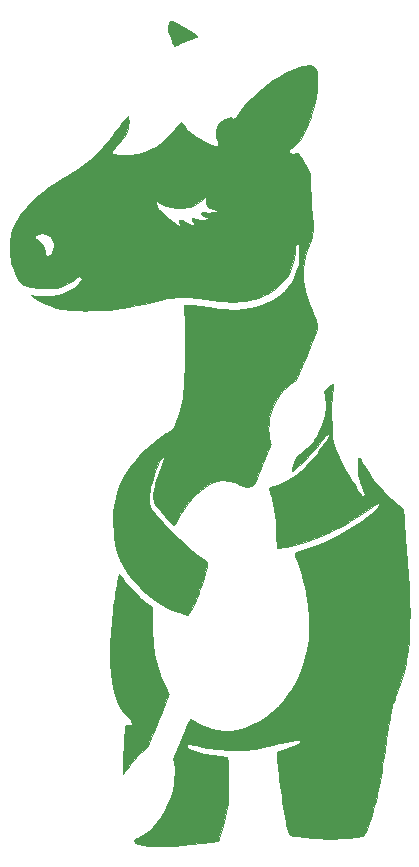
<source format=gbr>
G04 #@! TF.GenerationSoftware,KiCad,Pcbnew,5.1.6-c6e7f7d~87~ubuntu18.04.1*
G04 #@! TF.CreationDate,2020-08-06T21:04:51-07:00*
G04 #@! TF.ProjectId,scythe_badge,73637974-6865-45f6-9261-6467652e6b69,rev?*
G04 #@! TF.SameCoordinates,Original*
G04 #@! TF.FileFunction,Legend,Top*
G04 #@! TF.FilePolarity,Positive*
%FSLAX46Y46*%
G04 Gerber Fmt 4.6, Leading zero omitted, Abs format (unit mm)*
G04 Created by KiCad (PCBNEW 5.1.6-c6e7f7d~87~ubuntu18.04.1) date 2020-08-06 21:04:51*
%MOMM*%
%LPD*%
G01*
G04 APERTURE LIST*
%ADD10C,0.010000*%
%ADD11C,0.500000*%
G04 APERTURE END LIST*
D10*
G36*
X171755772Y-98789084D02*
G01*
X171745204Y-98901099D01*
X171724483Y-99059593D01*
X171704990Y-99188531D01*
X171650313Y-99593731D01*
X171611180Y-100029421D01*
X171587187Y-100506683D01*
X171577929Y-101036597D01*
X171583003Y-101630243D01*
X171596877Y-102151541D01*
X171611957Y-102548271D01*
X171629234Y-102902963D01*
X171648080Y-103206182D01*
X171667870Y-103448489D01*
X171687976Y-103620449D01*
X171698291Y-103678667D01*
X171775535Y-103977748D01*
X171881895Y-104291593D01*
X172021365Y-104628451D01*
X172197940Y-104996574D01*
X172415612Y-105404215D01*
X172678378Y-105859623D01*
X172990229Y-106371050D01*
X173040482Y-106451500D01*
X173200348Y-106708006D01*
X173353621Y-106956272D01*
X173491640Y-107182093D01*
X173605746Y-107371264D01*
X173687281Y-107509579D01*
X173711437Y-107552167D01*
X173862445Y-107819281D01*
X173983121Y-108017049D01*
X174080058Y-108152315D01*
X174159847Y-108231924D01*
X174229079Y-108262721D01*
X174294347Y-108251550D01*
X174350111Y-108215406D01*
X174444418Y-108139041D01*
X174268808Y-107749036D01*
X174176095Y-107528567D01*
X174083385Y-107283913D01*
X174006802Y-107058291D01*
X173988464Y-106997613D01*
X173928343Y-106752719D01*
X173879318Y-106479396D01*
X173842207Y-106192690D01*
X173817831Y-105907647D01*
X173807008Y-105639314D01*
X173810559Y-105402735D01*
X173829303Y-105212958D01*
X173864060Y-105085028D01*
X173882621Y-105054554D01*
X173925639Y-105015603D01*
X173966034Y-105019970D01*
X174013598Y-105077448D01*
X174078124Y-105197828D01*
X174126069Y-105297962D01*
X174210555Y-105457498D01*
X174336285Y-105668696D01*
X174492924Y-105916074D01*
X174670136Y-106184151D01*
X174857588Y-106457447D01*
X175044945Y-106720481D01*
X175221871Y-106957770D01*
X175305910Y-107065334D01*
X175444536Y-107229807D01*
X175626984Y-107432289D01*
X175842436Y-107661998D01*
X176080071Y-107908154D01*
X176329069Y-108159977D01*
X176578608Y-108406686D01*
X176817870Y-108637502D01*
X177036032Y-108841643D01*
X177222276Y-109008330D01*
X177365780Y-109126783D01*
X177401494Y-109153154D01*
X177681822Y-109351027D01*
X177710233Y-110039097D01*
X177724388Y-110360305D01*
X177740217Y-110672965D01*
X177758564Y-110988711D01*
X177780274Y-111319178D01*
X177806191Y-111676001D01*
X177837158Y-112070813D01*
X177874020Y-112515250D01*
X177917621Y-113020947D01*
X177967478Y-113584667D01*
X178019644Y-114177897D01*
X178063594Y-114700558D01*
X178100002Y-115166279D01*
X178129541Y-115588691D01*
X178152885Y-115981422D01*
X178170708Y-116358103D01*
X178183683Y-116732362D01*
X178192484Y-117117830D01*
X178197784Y-117528137D01*
X178200256Y-117976911D01*
X178200666Y-118303382D01*
X178199120Y-118851506D01*
X178194035Y-119327704D01*
X178184744Y-119744668D01*
X178170578Y-120115092D01*
X178150870Y-120451667D01*
X178124952Y-120767085D01*
X178092157Y-121074040D01*
X178051815Y-121385223D01*
X178030789Y-121531594D01*
X177886848Y-122382988D01*
X177713705Y-123171864D01*
X177506230Y-123916877D01*
X177259294Y-124636680D01*
X177003283Y-125268667D01*
X176931814Y-125436546D01*
X176868262Y-125594794D01*
X176811014Y-125751044D01*
X176758459Y-125912930D01*
X176708985Y-126088085D01*
X176660980Y-126284140D01*
X176612832Y-126508730D01*
X176562929Y-126769487D01*
X176509659Y-127074045D01*
X176451412Y-127430035D01*
X176386573Y-127845091D01*
X176313533Y-128326847D01*
X176230678Y-128882934D01*
X176208670Y-129031574D01*
X176101072Y-129754487D01*
X176003317Y-130400996D01*
X175914055Y-130978617D01*
X175831935Y-131494869D01*
X175755609Y-131957270D01*
X175683725Y-132373339D01*
X175614934Y-132750593D01*
X175547886Y-133096551D01*
X175481230Y-133418731D01*
X175413618Y-133724651D01*
X175343699Y-134021830D01*
X175270122Y-134317785D01*
X175234829Y-134455000D01*
X175138336Y-134810556D01*
X175031672Y-135175855D01*
X174919471Y-135537095D01*
X174806372Y-135880474D01*
X174697010Y-136192189D01*
X174596024Y-136458439D01*
X174508049Y-136665420D01*
X174459747Y-136762167D01*
X174378950Y-136900234D01*
X174311842Y-136982879D01*
X174235154Y-137030854D01*
X174125616Y-137064911D01*
X174118156Y-137066797D01*
X173870505Y-137116717D01*
X173553449Y-137161356D01*
X173182128Y-137199922D01*
X172771685Y-137231624D01*
X172337261Y-137255669D01*
X171893998Y-137271265D01*
X171457038Y-137277620D01*
X171041522Y-137273942D01*
X170662592Y-137259440D01*
X170559500Y-137252943D01*
X170210537Y-137226635D01*
X169852585Y-137196046D01*
X169497814Y-137162533D01*
X169158396Y-137127452D01*
X168846499Y-137092161D01*
X168574296Y-137058014D01*
X168353956Y-137026369D01*
X168197650Y-136998582D01*
X168134346Y-136982648D01*
X168053502Y-136951448D01*
X167998929Y-136909020D01*
X167957251Y-136835410D01*
X167915090Y-136710666D01*
X167887078Y-136613838D01*
X167835732Y-136410904D01*
X167778234Y-136144963D01*
X167715727Y-135824239D01*
X167649352Y-135456956D01*
X167580253Y-135051339D01*
X167509572Y-134615611D01*
X167438450Y-134157998D01*
X167368031Y-133686722D01*
X167299457Y-133210009D01*
X167233871Y-132736082D01*
X167172414Y-132273165D01*
X167116229Y-131829483D01*
X167066459Y-131413260D01*
X167024246Y-131032721D01*
X166990733Y-130696088D01*
X166967061Y-130411587D01*
X166954374Y-130187441D01*
X166953813Y-130031875D01*
X166963039Y-129961767D01*
X166995736Y-129924836D01*
X167077720Y-129879210D01*
X167216877Y-129821668D01*
X167421093Y-129748988D01*
X167698254Y-129657946D01*
X167736375Y-129645766D01*
X168087061Y-129531447D01*
X168363748Y-129434872D01*
X168574352Y-129352377D01*
X168726789Y-129280300D01*
X168828977Y-129214977D01*
X168888831Y-129152746D01*
X168911766Y-129101891D01*
X168920298Y-129003332D01*
X168906502Y-128948434D01*
X168838453Y-128916683D01*
X168691298Y-128912635D01*
X168465892Y-128936159D01*
X168163090Y-128987125D01*
X167783746Y-129065402D01*
X167328715Y-129170860D01*
X167130500Y-129219433D01*
X166614940Y-129346163D01*
X166168249Y-129452176D01*
X165777634Y-129539109D01*
X165430301Y-129608597D01*
X165113457Y-129662278D01*
X164814308Y-129701789D01*
X164520062Y-129728765D01*
X164217924Y-129744844D01*
X163895101Y-129751663D01*
X163538800Y-129750857D01*
X163136227Y-129744064D01*
X163045333Y-129742047D01*
X162627274Y-129730530D01*
X162272299Y-129715120D01*
X161959153Y-129693221D01*
X161666580Y-129662234D01*
X161373324Y-129619566D01*
X161058130Y-129562617D01*
X160699742Y-129488794D01*
X160359016Y-129413910D01*
X160107740Y-129359934D01*
X159876887Y-129314449D01*
X159682364Y-129280271D01*
X159540081Y-129260217D01*
X159470016Y-129256553D01*
X159378522Y-129277265D01*
X159344780Y-129333118D01*
X159341167Y-129394481D01*
X159361773Y-129487042D01*
X159429299Y-129571707D01*
X159552302Y-129653860D01*
X159739342Y-129738888D01*
X159998977Y-129832177D01*
X160077402Y-129857798D01*
X160828604Y-130066351D01*
X161617569Y-130223218D01*
X162099449Y-130290014D01*
X162315789Y-130315555D01*
X162503432Y-130338762D01*
X162645558Y-130357479D01*
X162725347Y-130369544D01*
X162734541Y-130371524D01*
X162764471Y-130408497D01*
X162789634Y-130503626D01*
X162810231Y-130660646D01*
X162826463Y-130883292D01*
X162838531Y-131175299D01*
X162846635Y-131540404D01*
X162850977Y-131982341D01*
X162851757Y-132504845D01*
X162851672Y-132550000D01*
X162850234Y-132967643D01*
X162847492Y-133312670D01*
X162842912Y-133597128D01*
X162835961Y-133833065D01*
X162826108Y-134032529D01*
X162812819Y-134207567D01*
X162795561Y-134370225D01*
X162773802Y-134532553D01*
X162759907Y-134624865D01*
X162611644Y-135446381D01*
X162431889Y-136202538D01*
X162277666Y-136721433D01*
X162181834Y-137003533D01*
X162100944Y-137212584D01*
X162029852Y-137357786D01*
X161963414Y-137448341D01*
X161896487Y-137493448D01*
X161840695Y-137503000D01*
X161772735Y-137508614D01*
X161632562Y-137524478D01*
X161431815Y-137549123D01*
X161182131Y-137581080D01*
X160895151Y-137618881D01*
X160582513Y-137661057D01*
X160515988Y-137670155D01*
X159734347Y-137767357D01*
X158979800Y-137841551D01*
X158261018Y-137892417D01*
X157586669Y-137919633D01*
X156965425Y-137922878D01*
X156405955Y-137901831D01*
X155916930Y-137856172D01*
X155826164Y-137843742D01*
X155538440Y-137799162D01*
X155322843Y-137757991D01*
X155167171Y-137716044D01*
X155059225Y-137669138D01*
X154986805Y-137613087D01*
X154937712Y-137543708D01*
X154934701Y-137537987D01*
X154895019Y-137436534D01*
X154887672Y-137362269D01*
X154888772Y-137358837D01*
X154934297Y-137321386D01*
X155040667Y-137262658D01*
X155189822Y-137192075D01*
X155294928Y-137146881D01*
X155610991Y-136997917D01*
X155895703Y-136821565D01*
X156172097Y-136601581D01*
X156459554Y-136325477D01*
X156828918Y-135898363D01*
X157175783Y-135405552D01*
X157491321Y-134864902D01*
X157766702Y-134294272D01*
X157993097Y-133711521D01*
X158161678Y-133134507D01*
X158245306Y-132713371D01*
X158278928Y-132436817D01*
X158302331Y-132123790D01*
X158315242Y-131795655D01*
X158317389Y-131473780D01*
X158308496Y-131179532D01*
X158288293Y-130934276D01*
X158269592Y-130814334D01*
X158214018Y-130539167D01*
X158867907Y-128951667D01*
X159042700Y-128527367D01*
X159188152Y-128174722D01*
X159307179Y-127887105D01*
X159402696Y-127657887D01*
X159477618Y-127480443D01*
X159534862Y-127348146D01*
X159577343Y-127254368D01*
X159607976Y-127192483D01*
X159629677Y-127155863D01*
X159645362Y-127137882D01*
X159657946Y-127131913D01*
X159668778Y-127131334D01*
X159718309Y-127152349D01*
X159823724Y-127209461D01*
X159969192Y-127293763D01*
X160126675Y-127388844D01*
X160588995Y-127651359D01*
X161024928Y-127850218D01*
X161455472Y-127991931D01*
X161901622Y-128083008D01*
X162384374Y-128129960D01*
X162537333Y-128136349D01*
X163047381Y-128131370D01*
X163523840Y-128080311D01*
X163988414Y-127978379D01*
X164462808Y-127820778D01*
X164968726Y-127602713D01*
X164982475Y-127596204D01*
X165534990Y-127304776D01*
X166051857Y-126968847D01*
X166549364Y-126576472D01*
X167043799Y-126115703D01*
X167154338Y-126003395D01*
X167574198Y-125541482D01*
X167941677Y-125070862D01*
X168273113Y-124568269D01*
X168584842Y-124010442D01*
X168666172Y-123850500D01*
X169020803Y-123046707D01*
X169303814Y-122201483D01*
X169514733Y-121319297D01*
X169653084Y-120404618D01*
X169718396Y-119461915D01*
X169710192Y-118495658D01*
X169628001Y-117510313D01*
X169471348Y-116510352D01*
X169453822Y-116421000D01*
X169350583Y-115950071D01*
X169223352Y-115445221D01*
X169078932Y-114929495D01*
X168924123Y-114425937D01*
X168765728Y-113957593D01*
X168610549Y-113547505D01*
X168593068Y-113504761D01*
X168531907Y-113348036D01*
X168486413Y-113215215D01*
X168464755Y-113130578D01*
X168464000Y-113121073D01*
X168488167Y-113076986D01*
X168568084Y-113031709D01*
X168714876Y-112979814D01*
X168813250Y-112950706D01*
X169925473Y-112593089D01*
X171010068Y-112160645D01*
X172072654Y-111650759D01*
X173118850Y-111060816D01*
X173790680Y-110634555D01*
X174220128Y-110341545D01*
X174597825Y-110066328D01*
X174920704Y-109811851D01*
X175185695Y-109581061D01*
X175389731Y-109376902D01*
X175529742Y-109202323D01*
X175602661Y-109060267D01*
X175605418Y-108953682D01*
X175580776Y-108915843D01*
X175546264Y-108894268D01*
X175497364Y-108892294D01*
X175426216Y-108914230D01*
X175324959Y-108964386D01*
X175185734Y-109047072D01*
X175000680Y-109166599D01*
X174761938Y-109327277D01*
X174489255Y-109514366D01*
X174002673Y-109846386D01*
X173569853Y-110133549D01*
X173178212Y-110383596D01*
X172815165Y-110604269D01*
X172468127Y-110803308D01*
X172124514Y-110988455D01*
X171932102Y-111087334D01*
X171313731Y-111383917D01*
X170671805Y-111661656D01*
X170021437Y-111915300D01*
X169377741Y-112139597D01*
X168755832Y-112329298D01*
X168170824Y-112479150D01*
X167637831Y-112583904D01*
X167613117Y-112587817D01*
X167417465Y-112618406D01*
X167242815Y-112645708D01*
X167112691Y-112666046D01*
X167062463Y-112673894D01*
X166952093Y-112691132D01*
X166926969Y-111539816D01*
X166906386Y-110914853D01*
X166872020Y-110357311D01*
X166821470Y-109850714D01*
X166752333Y-109378584D01*
X166662210Y-108924444D01*
X166548697Y-108471817D01*
X166413514Y-108017193D01*
X166359040Y-107836979D01*
X166319374Y-107688777D01*
X166298716Y-107589527D01*
X166299255Y-107556298D01*
X166348524Y-107537965D01*
X166460850Y-107500869D01*
X166618273Y-107450837D01*
X166760421Y-107406701D01*
X167259776Y-107232549D01*
X167725461Y-107024872D01*
X168167113Y-106776647D01*
X168594364Y-106480854D01*
X169016848Y-106130471D01*
X169444200Y-105718476D01*
X169886054Y-105237847D01*
X170132933Y-104948667D01*
X170261887Y-104788821D01*
X170411577Y-104594506D01*
X170574253Y-104376727D01*
X170742163Y-104146491D01*
X170907559Y-103914802D01*
X171062689Y-103692668D01*
X171199802Y-103491094D01*
X171311149Y-103321087D01*
X171388979Y-103193652D01*
X171425542Y-103119796D01*
X171427333Y-103110555D01*
X171396371Y-103036197D01*
X171312649Y-103017142D01*
X171189917Y-103056297D01*
X171184324Y-103059150D01*
X171143699Y-103081956D01*
X171103414Y-103111238D01*
X171056913Y-103154974D01*
X170997639Y-103221138D01*
X170919038Y-103317706D01*
X170814552Y-103452655D01*
X170677625Y-103633961D01*
X170501701Y-103869599D01*
X170345867Y-104079186D01*
X170161620Y-104315872D01*
X169951305Y-104567032D01*
X169723192Y-104824499D01*
X169485550Y-105080109D01*
X169246649Y-105325696D01*
X169014759Y-105553095D01*
X168798150Y-105754142D01*
X168605092Y-105920670D01*
X168443854Y-106044515D01*
X168322707Y-106117511D01*
X168264716Y-106134000D01*
X168233114Y-106124984D01*
X168221022Y-106091006D01*
X168231044Y-106021670D01*
X168265782Y-105906579D01*
X168327839Y-105735338D01*
X168419819Y-105497550D01*
X168431527Y-105467767D01*
X168532630Y-105219145D01*
X168619488Y-105033091D01*
X168704855Y-104891926D01*
X168801486Y-104777971D01*
X168922133Y-104673548D01*
X169079551Y-104560978D01*
X169091614Y-104552785D01*
X169307985Y-104391235D01*
X169540279Y-104192938D01*
X169767803Y-103977667D01*
X169969865Y-103765192D01*
X170125769Y-103575286D01*
X170149255Y-103542241D01*
X170363935Y-103187886D01*
X170575029Y-102755806D01*
X170779538Y-102252943D01*
X170974462Y-101686236D01*
X171032527Y-101498500D01*
X171078577Y-101275488D01*
X171104840Y-100992390D01*
X171111387Y-100671424D01*
X171098292Y-100334809D01*
X171065628Y-100004764D01*
X171026848Y-99767373D01*
X170943863Y-99348579D01*
X171090348Y-99224711D01*
X171242193Y-99100107D01*
X171397085Y-98979363D01*
X171540359Y-98873142D01*
X171657349Y-98792109D01*
X171733391Y-98746925D01*
X171754152Y-98742041D01*
X171755772Y-98789084D01*
G37*
X171755772Y-98789084D02*
X171745204Y-98901099D01*
X171724483Y-99059593D01*
X171704990Y-99188531D01*
X171650313Y-99593731D01*
X171611180Y-100029421D01*
X171587187Y-100506683D01*
X171577929Y-101036597D01*
X171583003Y-101630243D01*
X171596877Y-102151541D01*
X171611957Y-102548271D01*
X171629234Y-102902963D01*
X171648080Y-103206182D01*
X171667870Y-103448489D01*
X171687976Y-103620449D01*
X171698291Y-103678667D01*
X171775535Y-103977748D01*
X171881895Y-104291593D01*
X172021365Y-104628451D01*
X172197940Y-104996574D01*
X172415612Y-105404215D01*
X172678378Y-105859623D01*
X172990229Y-106371050D01*
X173040482Y-106451500D01*
X173200348Y-106708006D01*
X173353621Y-106956272D01*
X173491640Y-107182093D01*
X173605746Y-107371264D01*
X173687281Y-107509579D01*
X173711437Y-107552167D01*
X173862445Y-107819281D01*
X173983121Y-108017049D01*
X174080058Y-108152315D01*
X174159847Y-108231924D01*
X174229079Y-108262721D01*
X174294347Y-108251550D01*
X174350111Y-108215406D01*
X174444418Y-108139041D01*
X174268808Y-107749036D01*
X174176095Y-107528567D01*
X174083385Y-107283913D01*
X174006802Y-107058291D01*
X173988464Y-106997613D01*
X173928343Y-106752719D01*
X173879318Y-106479396D01*
X173842207Y-106192690D01*
X173817831Y-105907647D01*
X173807008Y-105639314D01*
X173810559Y-105402735D01*
X173829303Y-105212958D01*
X173864060Y-105085028D01*
X173882621Y-105054554D01*
X173925639Y-105015603D01*
X173966034Y-105019970D01*
X174013598Y-105077448D01*
X174078124Y-105197828D01*
X174126069Y-105297962D01*
X174210555Y-105457498D01*
X174336285Y-105668696D01*
X174492924Y-105916074D01*
X174670136Y-106184151D01*
X174857588Y-106457447D01*
X175044945Y-106720481D01*
X175221871Y-106957770D01*
X175305910Y-107065334D01*
X175444536Y-107229807D01*
X175626984Y-107432289D01*
X175842436Y-107661998D01*
X176080071Y-107908154D01*
X176329069Y-108159977D01*
X176578608Y-108406686D01*
X176817870Y-108637502D01*
X177036032Y-108841643D01*
X177222276Y-109008330D01*
X177365780Y-109126783D01*
X177401494Y-109153154D01*
X177681822Y-109351027D01*
X177710233Y-110039097D01*
X177724388Y-110360305D01*
X177740217Y-110672965D01*
X177758564Y-110988711D01*
X177780274Y-111319178D01*
X177806191Y-111676001D01*
X177837158Y-112070813D01*
X177874020Y-112515250D01*
X177917621Y-113020947D01*
X177967478Y-113584667D01*
X178019644Y-114177897D01*
X178063594Y-114700558D01*
X178100002Y-115166279D01*
X178129541Y-115588691D01*
X178152885Y-115981422D01*
X178170708Y-116358103D01*
X178183683Y-116732362D01*
X178192484Y-117117830D01*
X178197784Y-117528137D01*
X178200256Y-117976911D01*
X178200666Y-118303382D01*
X178199120Y-118851506D01*
X178194035Y-119327704D01*
X178184744Y-119744668D01*
X178170578Y-120115092D01*
X178150870Y-120451667D01*
X178124952Y-120767085D01*
X178092157Y-121074040D01*
X178051815Y-121385223D01*
X178030789Y-121531594D01*
X177886848Y-122382988D01*
X177713705Y-123171864D01*
X177506230Y-123916877D01*
X177259294Y-124636680D01*
X177003283Y-125268667D01*
X176931814Y-125436546D01*
X176868262Y-125594794D01*
X176811014Y-125751044D01*
X176758459Y-125912930D01*
X176708985Y-126088085D01*
X176660980Y-126284140D01*
X176612832Y-126508730D01*
X176562929Y-126769487D01*
X176509659Y-127074045D01*
X176451412Y-127430035D01*
X176386573Y-127845091D01*
X176313533Y-128326847D01*
X176230678Y-128882934D01*
X176208670Y-129031574D01*
X176101072Y-129754487D01*
X176003317Y-130400996D01*
X175914055Y-130978617D01*
X175831935Y-131494869D01*
X175755609Y-131957270D01*
X175683725Y-132373339D01*
X175614934Y-132750593D01*
X175547886Y-133096551D01*
X175481230Y-133418731D01*
X175413618Y-133724651D01*
X175343699Y-134021830D01*
X175270122Y-134317785D01*
X175234829Y-134455000D01*
X175138336Y-134810556D01*
X175031672Y-135175855D01*
X174919471Y-135537095D01*
X174806372Y-135880474D01*
X174697010Y-136192189D01*
X174596024Y-136458439D01*
X174508049Y-136665420D01*
X174459747Y-136762167D01*
X174378950Y-136900234D01*
X174311842Y-136982879D01*
X174235154Y-137030854D01*
X174125616Y-137064911D01*
X174118156Y-137066797D01*
X173870505Y-137116717D01*
X173553449Y-137161356D01*
X173182128Y-137199922D01*
X172771685Y-137231624D01*
X172337261Y-137255669D01*
X171893998Y-137271265D01*
X171457038Y-137277620D01*
X171041522Y-137273942D01*
X170662592Y-137259440D01*
X170559500Y-137252943D01*
X170210537Y-137226635D01*
X169852585Y-137196046D01*
X169497814Y-137162533D01*
X169158396Y-137127452D01*
X168846499Y-137092161D01*
X168574296Y-137058014D01*
X168353956Y-137026369D01*
X168197650Y-136998582D01*
X168134346Y-136982648D01*
X168053502Y-136951448D01*
X167998929Y-136909020D01*
X167957251Y-136835410D01*
X167915090Y-136710666D01*
X167887078Y-136613838D01*
X167835732Y-136410904D01*
X167778234Y-136144963D01*
X167715727Y-135824239D01*
X167649352Y-135456956D01*
X167580253Y-135051339D01*
X167509572Y-134615611D01*
X167438450Y-134157998D01*
X167368031Y-133686722D01*
X167299457Y-133210009D01*
X167233871Y-132736082D01*
X167172414Y-132273165D01*
X167116229Y-131829483D01*
X167066459Y-131413260D01*
X167024246Y-131032721D01*
X166990733Y-130696088D01*
X166967061Y-130411587D01*
X166954374Y-130187441D01*
X166953813Y-130031875D01*
X166963039Y-129961767D01*
X166995736Y-129924836D01*
X167077720Y-129879210D01*
X167216877Y-129821668D01*
X167421093Y-129748988D01*
X167698254Y-129657946D01*
X167736375Y-129645766D01*
X168087061Y-129531447D01*
X168363748Y-129434872D01*
X168574352Y-129352377D01*
X168726789Y-129280300D01*
X168828977Y-129214977D01*
X168888831Y-129152746D01*
X168911766Y-129101891D01*
X168920298Y-129003332D01*
X168906502Y-128948434D01*
X168838453Y-128916683D01*
X168691298Y-128912635D01*
X168465892Y-128936159D01*
X168163090Y-128987125D01*
X167783746Y-129065402D01*
X167328715Y-129170860D01*
X167130500Y-129219433D01*
X166614940Y-129346163D01*
X166168249Y-129452176D01*
X165777634Y-129539109D01*
X165430301Y-129608597D01*
X165113457Y-129662278D01*
X164814308Y-129701789D01*
X164520062Y-129728765D01*
X164217924Y-129744844D01*
X163895101Y-129751663D01*
X163538800Y-129750857D01*
X163136227Y-129744064D01*
X163045333Y-129742047D01*
X162627274Y-129730530D01*
X162272299Y-129715120D01*
X161959153Y-129693221D01*
X161666580Y-129662234D01*
X161373324Y-129619566D01*
X161058130Y-129562617D01*
X160699742Y-129488794D01*
X160359016Y-129413910D01*
X160107740Y-129359934D01*
X159876887Y-129314449D01*
X159682364Y-129280271D01*
X159540081Y-129260217D01*
X159470016Y-129256553D01*
X159378522Y-129277265D01*
X159344780Y-129333118D01*
X159341167Y-129394481D01*
X159361773Y-129487042D01*
X159429299Y-129571707D01*
X159552302Y-129653860D01*
X159739342Y-129738888D01*
X159998977Y-129832177D01*
X160077402Y-129857798D01*
X160828604Y-130066351D01*
X161617569Y-130223218D01*
X162099449Y-130290014D01*
X162315789Y-130315555D01*
X162503432Y-130338762D01*
X162645558Y-130357479D01*
X162725347Y-130369544D01*
X162734541Y-130371524D01*
X162764471Y-130408497D01*
X162789634Y-130503626D01*
X162810231Y-130660646D01*
X162826463Y-130883292D01*
X162838531Y-131175299D01*
X162846635Y-131540404D01*
X162850977Y-131982341D01*
X162851757Y-132504845D01*
X162851672Y-132550000D01*
X162850234Y-132967643D01*
X162847492Y-133312670D01*
X162842912Y-133597128D01*
X162835961Y-133833065D01*
X162826108Y-134032529D01*
X162812819Y-134207567D01*
X162795561Y-134370225D01*
X162773802Y-134532553D01*
X162759907Y-134624865D01*
X162611644Y-135446381D01*
X162431889Y-136202538D01*
X162277666Y-136721433D01*
X162181834Y-137003533D01*
X162100944Y-137212584D01*
X162029852Y-137357786D01*
X161963414Y-137448341D01*
X161896487Y-137493448D01*
X161840695Y-137503000D01*
X161772735Y-137508614D01*
X161632562Y-137524478D01*
X161431815Y-137549123D01*
X161182131Y-137581080D01*
X160895151Y-137618881D01*
X160582513Y-137661057D01*
X160515988Y-137670155D01*
X159734347Y-137767357D01*
X158979800Y-137841551D01*
X158261018Y-137892417D01*
X157586669Y-137919633D01*
X156965425Y-137922878D01*
X156405955Y-137901831D01*
X155916930Y-137856172D01*
X155826164Y-137843742D01*
X155538440Y-137799162D01*
X155322843Y-137757991D01*
X155167171Y-137716044D01*
X155059225Y-137669138D01*
X154986805Y-137613087D01*
X154937712Y-137543708D01*
X154934701Y-137537987D01*
X154895019Y-137436534D01*
X154887672Y-137362269D01*
X154888772Y-137358837D01*
X154934297Y-137321386D01*
X155040667Y-137262658D01*
X155189822Y-137192075D01*
X155294928Y-137146881D01*
X155610991Y-136997917D01*
X155895703Y-136821565D01*
X156172097Y-136601581D01*
X156459554Y-136325477D01*
X156828918Y-135898363D01*
X157175783Y-135405552D01*
X157491321Y-134864902D01*
X157766702Y-134294272D01*
X157993097Y-133711521D01*
X158161678Y-133134507D01*
X158245306Y-132713371D01*
X158278928Y-132436817D01*
X158302331Y-132123790D01*
X158315242Y-131795655D01*
X158317389Y-131473780D01*
X158308496Y-131179532D01*
X158288293Y-130934276D01*
X158269592Y-130814334D01*
X158214018Y-130539167D01*
X158867907Y-128951667D01*
X159042700Y-128527367D01*
X159188152Y-128174722D01*
X159307179Y-127887105D01*
X159402696Y-127657887D01*
X159477618Y-127480443D01*
X159534862Y-127348146D01*
X159577343Y-127254368D01*
X159607976Y-127192483D01*
X159629677Y-127155863D01*
X159645362Y-127137882D01*
X159657946Y-127131913D01*
X159668778Y-127131334D01*
X159718309Y-127152349D01*
X159823724Y-127209461D01*
X159969192Y-127293763D01*
X160126675Y-127388844D01*
X160588995Y-127651359D01*
X161024928Y-127850218D01*
X161455472Y-127991931D01*
X161901622Y-128083008D01*
X162384374Y-128129960D01*
X162537333Y-128136349D01*
X163047381Y-128131370D01*
X163523840Y-128080311D01*
X163988414Y-127978379D01*
X164462808Y-127820778D01*
X164968726Y-127602713D01*
X164982475Y-127596204D01*
X165534990Y-127304776D01*
X166051857Y-126968847D01*
X166549364Y-126576472D01*
X167043799Y-126115703D01*
X167154338Y-126003395D01*
X167574198Y-125541482D01*
X167941677Y-125070862D01*
X168273113Y-124568269D01*
X168584842Y-124010442D01*
X168666172Y-123850500D01*
X169020803Y-123046707D01*
X169303814Y-122201483D01*
X169514733Y-121319297D01*
X169653084Y-120404618D01*
X169718396Y-119461915D01*
X169710192Y-118495658D01*
X169628001Y-117510313D01*
X169471348Y-116510352D01*
X169453822Y-116421000D01*
X169350583Y-115950071D01*
X169223352Y-115445221D01*
X169078932Y-114929495D01*
X168924123Y-114425937D01*
X168765728Y-113957593D01*
X168610549Y-113547505D01*
X168593068Y-113504761D01*
X168531907Y-113348036D01*
X168486413Y-113215215D01*
X168464755Y-113130578D01*
X168464000Y-113121073D01*
X168488167Y-113076986D01*
X168568084Y-113031709D01*
X168714876Y-112979814D01*
X168813250Y-112950706D01*
X169925473Y-112593089D01*
X171010068Y-112160645D01*
X172072654Y-111650759D01*
X173118850Y-111060816D01*
X173790680Y-110634555D01*
X174220128Y-110341545D01*
X174597825Y-110066328D01*
X174920704Y-109811851D01*
X175185695Y-109581061D01*
X175389731Y-109376902D01*
X175529742Y-109202323D01*
X175602661Y-109060267D01*
X175605418Y-108953682D01*
X175580776Y-108915843D01*
X175546264Y-108894268D01*
X175497364Y-108892294D01*
X175426216Y-108914230D01*
X175324959Y-108964386D01*
X175185734Y-109047072D01*
X175000680Y-109166599D01*
X174761938Y-109327277D01*
X174489255Y-109514366D01*
X174002673Y-109846386D01*
X173569853Y-110133549D01*
X173178212Y-110383596D01*
X172815165Y-110604269D01*
X172468127Y-110803308D01*
X172124514Y-110988455D01*
X171932102Y-111087334D01*
X171313731Y-111383917D01*
X170671805Y-111661656D01*
X170021437Y-111915300D01*
X169377741Y-112139597D01*
X168755832Y-112329298D01*
X168170824Y-112479150D01*
X167637831Y-112583904D01*
X167613117Y-112587817D01*
X167417465Y-112618406D01*
X167242815Y-112645708D01*
X167112691Y-112666046D01*
X167062463Y-112673894D01*
X166952093Y-112691132D01*
X166926969Y-111539816D01*
X166906386Y-110914853D01*
X166872020Y-110357311D01*
X166821470Y-109850714D01*
X166752333Y-109378584D01*
X166662210Y-108924444D01*
X166548697Y-108471817D01*
X166413514Y-108017193D01*
X166359040Y-107836979D01*
X166319374Y-107688777D01*
X166298716Y-107589527D01*
X166299255Y-107556298D01*
X166348524Y-107537965D01*
X166460850Y-107500869D01*
X166618273Y-107450837D01*
X166760421Y-107406701D01*
X167259776Y-107232549D01*
X167725461Y-107024872D01*
X168167113Y-106776647D01*
X168594364Y-106480854D01*
X169016848Y-106130471D01*
X169444200Y-105718476D01*
X169886054Y-105237847D01*
X170132933Y-104948667D01*
X170261887Y-104788821D01*
X170411577Y-104594506D01*
X170574253Y-104376727D01*
X170742163Y-104146491D01*
X170907559Y-103914802D01*
X171062689Y-103692668D01*
X171199802Y-103491094D01*
X171311149Y-103321087D01*
X171388979Y-103193652D01*
X171425542Y-103119796D01*
X171427333Y-103110555D01*
X171396371Y-103036197D01*
X171312649Y-103017142D01*
X171189917Y-103056297D01*
X171184324Y-103059150D01*
X171143699Y-103081956D01*
X171103414Y-103111238D01*
X171056913Y-103154974D01*
X170997639Y-103221138D01*
X170919038Y-103317706D01*
X170814552Y-103452655D01*
X170677625Y-103633961D01*
X170501701Y-103869599D01*
X170345867Y-104079186D01*
X170161620Y-104315872D01*
X169951305Y-104567032D01*
X169723192Y-104824499D01*
X169485550Y-105080109D01*
X169246649Y-105325696D01*
X169014759Y-105553095D01*
X168798150Y-105754142D01*
X168605092Y-105920670D01*
X168443854Y-106044515D01*
X168322707Y-106117511D01*
X168264716Y-106134000D01*
X168233114Y-106124984D01*
X168221022Y-106091006D01*
X168231044Y-106021670D01*
X168265782Y-105906579D01*
X168327839Y-105735338D01*
X168419819Y-105497550D01*
X168431527Y-105467767D01*
X168532630Y-105219145D01*
X168619488Y-105033091D01*
X168704855Y-104891926D01*
X168801486Y-104777971D01*
X168922133Y-104673548D01*
X169079551Y-104560978D01*
X169091614Y-104552785D01*
X169307985Y-104391235D01*
X169540279Y-104192938D01*
X169767803Y-103977667D01*
X169969865Y-103765192D01*
X170125769Y-103575286D01*
X170149255Y-103542241D01*
X170363935Y-103187886D01*
X170575029Y-102755806D01*
X170779538Y-102252943D01*
X170974462Y-101686236D01*
X171032527Y-101498500D01*
X171078577Y-101275488D01*
X171104840Y-100992390D01*
X171111387Y-100671424D01*
X171098292Y-100334809D01*
X171065628Y-100004764D01*
X171026848Y-99767373D01*
X170943863Y-99348579D01*
X171090348Y-99224711D01*
X171242193Y-99100107D01*
X171397085Y-98979363D01*
X171540359Y-98873142D01*
X171657349Y-98792109D01*
X171733391Y-98746925D01*
X171754152Y-98742041D01*
X171755772Y-98789084D01*
G36*
X153647730Y-114913300D02*
G01*
X153720746Y-114998599D01*
X153822831Y-115127727D01*
X153943853Y-115288194D01*
X153967520Y-115320334D01*
X154130318Y-115526676D01*
X154341315Y-115770696D01*
X154587462Y-116039259D01*
X154855713Y-116319230D01*
X155133019Y-116597476D01*
X155406334Y-116860863D01*
X155662610Y-117096256D01*
X155888800Y-117290522D01*
X156044885Y-117411509D01*
X156389271Y-117659041D01*
X156410296Y-119061437D01*
X156420163Y-119575822D01*
X156433985Y-120019417D01*
X156453024Y-120406055D01*
X156478544Y-120749572D01*
X156511808Y-121063799D01*
X156554081Y-121362573D01*
X156606626Y-121659726D01*
X156670707Y-121969092D01*
X156679522Y-122009000D01*
X156899800Y-122834272D01*
X157193649Y-123666546D01*
X157554131Y-124486618D01*
X157630436Y-124641165D01*
X157705560Y-124797172D01*
X157762886Y-124928774D01*
X157793350Y-125014648D01*
X157796000Y-125030639D01*
X157780580Y-125080366D01*
X157736737Y-125199417D01*
X157668093Y-125378749D01*
X157578269Y-125609318D01*
X157470888Y-125882080D01*
X157349573Y-126187992D01*
X157217946Y-126518011D01*
X157079629Y-126863092D01*
X156938245Y-127214193D01*
X156797415Y-127562270D01*
X156660763Y-127898279D01*
X156531910Y-128213177D01*
X156414479Y-128497920D01*
X156312092Y-128743465D01*
X156250891Y-128888167D01*
X156134729Y-129155804D01*
X156039929Y-129358703D01*
X155957207Y-129511051D01*
X155877277Y-129627036D01*
X155790853Y-129720842D01*
X155688650Y-129806659D01*
X155613563Y-129861877D01*
X155376036Y-130054440D01*
X155116866Y-130304576D01*
X154852738Y-130594362D01*
X154600339Y-130905876D01*
X154451667Y-131109806D01*
X154328344Y-131284008D01*
X154210121Y-131445597D01*
X154112410Y-131573790D01*
X154061324Y-131636125D01*
X153946148Y-131766834D01*
X153945838Y-131174167D01*
X153948590Y-130838157D01*
X153956707Y-130471333D01*
X153969487Y-130085460D01*
X153986229Y-129692304D01*
X154006229Y-129303630D01*
X154028787Y-128931202D01*
X154053198Y-128586786D01*
X154078762Y-128282147D01*
X154104776Y-128029051D01*
X154130537Y-127839261D01*
X154150842Y-127739634D01*
X154178907Y-127667709D01*
X154226002Y-127631568D01*
X154311374Y-127626827D01*
X154454265Y-127649102D01*
X154504583Y-127659054D01*
X154663333Y-127691089D01*
X154663333Y-127514262D01*
X154658633Y-127408686D01*
X154638612Y-127316816D01*
X154594390Y-127224019D01*
X154517085Y-127115662D01*
X154397816Y-126977112D01*
X154227703Y-126793735D01*
X154223026Y-126788773D01*
X153981829Y-126517098D01*
X153790641Y-126260520D01*
X153628771Y-125987551D01*
X153475528Y-125666703D01*
X153455585Y-125620818D01*
X153275276Y-125127557D01*
X153126239Y-124560215D01*
X153008671Y-123923468D01*
X152922768Y-123221991D01*
X152868726Y-122460462D01*
X152846741Y-121643555D01*
X152857010Y-120775948D01*
X152899729Y-119862316D01*
X152975095Y-118907335D01*
X153083302Y-117915682D01*
X153120116Y-117627500D01*
X153172358Y-117246153D01*
X153228388Y-116863767D01*
X153286527Y-116489660D01*
X153345098Y-116133152D01*
X153402424Y-115803561D01*
X153456827Y-115510207D01*
X153506630Y-115262408D01*
X153550155Y-115069482D01*
X153585725Y-114940749D01*
X153611662Y-114885527D01*
X153613911Y-114884323D01*
X153647730Y-114913300D01*
G37*
X153647730Y-114913300D02*
X153720746Y-114998599D01*
X153822831Y-115127727D01*
X153943853Y-115288194D01*
X153967520Y-115320334D01*
X154130318Y-115526676D01*
X154341315Y-115770696D01*
X154587462Y-116039259D01*
X154855713Y-116319230D01*
X155133019Y-116597476D01*
X155406334Y-116860863D01*
X155662610Y-117096256D01*
X155888800Y-117290522D01*
X156044885Y-117411509D01*
X156389271Y-117659041D01*
X156410296Y-119061437D01*
X156420163Y-119575822D01*
X156433985Y-120019417D01*
X156453024Y-120406055D01*
X156478544Y-120749572D01*
X156511808Y-121063799D01*
X156554081Y-121362573D01*
X156606626Y-121659726D01*
X156670707Y-121969092D01*
X156679522Y-122009000D01*
X156899800Y-122834272D01*
X157193649Y-123666546D01*
X157554131Y-124486618D01*
X157630436Y-124641165D01*
X157705560Y-124797172D01*
X157762886Y-124928774D01*
X157793350Y-125014648D01*
X157796000Y-125030639D01*
X157780580Y-125080366D01*
X157736737Y-125199417D01*
X157668093Y-125378749D01*
X157578269Y-125609318D01*
X157470888Y-125882080D01*
X157349573Y-126187992D01*
X157217946Y-126518011D01*
X157079629Y-126863092D01*
X156938245Y-127214193D01*
X156797415Y-127562270D01*
X156660763Y-127898279D01*
X156531910Y-128213177D01*
X156414479Y-128497920D01*
X156312092Y-128743465D01*
X156250891Y-128888167D01*
X156134729Y-129155804D01*
X156039929Y-129358703D01*
X155957207Y-129511051D01*
X155877277Y-129627036D01*
X155790853Y-129720842D01*
X155688650Y-129806659D01*
X155613563Y-129861877D01*
X155376036Y-130054440D01*
X155116866Y-130304576D01*
X154852738Y-130594362D01*
X154600339Y-130905876D01*
X154451667Y-131109806D01*
X154328344Y-131284008D01*
X154210121Y-131445597D01*
X154112410Y-131573790D01*
X154061324Y-131636125D01*
X153946148Y-131766834D01*
X153945838Y-131174167D01*
X153948590Y-130838157D01*
X153956707Y-130471333D01*
X153969487Y-130085460D01*
X153986229Y-129692304D01*
X154006229Y-129303630D01*
X154028787Y-128931202D01*
X154053198Y-128586786D01*
X154078762Y-128282147D01*
X154104776Y-128029051D01*
X154130537Y-127839261D01*
X154150842Y-127739634D01*
X154178907Y-127667709D01*
X154226002Y-127631568D01*
X154311374Y-127626827D01*
X154454265Y-127649102D01*
X154504583Y-127659054D01*
X154663333Y-127691089D01*
X154663333Y-127514262D01*
X154658633Y-127408686D01*
X154638612Y-127316816D01*
X154594390Y-127224019D01*
X154517085Y-127115662D01*
X154397816Y-126977112D01*
X154227703Y-126793735D01*
X154223026Y-126788773D01*
X153981829Y-126517098D01*
X153790641Y-126260520D01*
X153628771Y-125987551D01*
X153475528Y-125666703D01*
X153455585Y-125620818D01*
X153275276Y-125127557D01*
X153126239Y-124560215D01*
X153008671Y-123923468D01*
X152922768Y-123221991D01*
X152868726Y-122460462D01*
X152846741Y-121643555D01*
X152857010Y-120775948D01*
X152899729Y-119862316D01*
X152975095Y-118907335D01*
X153083302Y-117915682D01*
X153120116Y-117627500D01*
X153172358Y-117246153D01*
X153228388Y-116863767D01*
X153286527Y-116489660D01*
X153345098Y-116133152D01*
X153402424Y-115803561D01*
X153456827Y-115510207D01*
X153506630Y-115262408D01*
X153550155Y-115069482D01*
X153585725Y-114940749D01*
X153611662Y-114885527D01*
X153613911Y-114884323D01*
X153647730Y-114913300D01*
G36*
X169825869Y-71809213D02*
G01*
X169912880Y-71828669D01*
X169989637Y-71867492D01*
X170028044Y-71892754D01*
X170164202Y-72009782D01*
X170261744Y-72156658D01*
X170330502Y-72352549D01*
X170372467Y-72564269D01*
X170405598Y-72936927D01*
X170400494Y-73371437D01*
X170359094Y-73855120D01*
X170283334Y-74375299D01*
X170175154Y-74919296D01*
X170036491Y-75474433D01*
X169869285Y-76028033D01*
X169821022Y-76171177D01*
X169608555Y-76742683D01*
X169386250Y-77255620D01*
X169156711Y-77705800D01*
X168922542Y-78089031D01*
X168686346Y-78401126D01*
X168450729Y-78637895D01*
X168218293Y-78795148D01*
X168178250Y-78814130D01*
X168045887Y-78880233D01*
X167977614Y-78938005D01*
X167956232Y-79002792D01*
X167956000Y-79012405D01*
X167993227Y-79136988D01*
X168094504Y-79226357D01*
X168244220Y-79273986D01*
X168426766Y-79273350D01*
X168528932Y-79251933D01*
X168611021Y-79231032D01*
X168680782Y-79223767D01*
X168744287Y-79237463D01*
X168807613Y-79279447D01*
X168876832Y-79357044D01*
X168958020Y-79477580D01*
X169057251Y-79648382D01*
X169180599Y-79876774D01*
X169334139Y-80170082D01*
X169407745Y-80311802D01*
X169769690Y-81009167D01*
X169816016Y-82152167D01*
X169843224Y-82781296D01*
X169871631Y-83357760D01*
X169900848Y-83875162D01*
X169930487Y-84327106D01*
X169960160Y-84707194D01*
X169989478Y-85009031D01*
X169989548Y-85009667D01*
X170016437Y-85271682D01*
X170030650Y-85488734D01*
X170029703Y-85679662D01*
X170011106Y-85863306D01*
X169972375Y-86058504D01*
X169911021Y-86284096D01*
X169824557Y-86558922D01*
X169758783Y-86757707D01*
X169553002Y-87405014D01*
X169390415Y-87986737D01*
X169269648Y-88509281D01*
X169189325Y-88979050D01*
X169148073Y-89402447D01*
X169141503Y-89633082D01*
X169162623Y-90018360D01*
X169227534Y-90437313D01*
X169338050Y-90896501D01*
X169495986Y-91402483D01*
X169703157Y-91961820D01*
X169949411Y-92553608D01*
X170052362Y-92795700D01*
X170147425Y-93029211D01*
X170227362Y-93235606D01*
X170284933Y-93396346D01*
X170308119Y-93472053D01*
X170361892Y-93782505D01*
X170355766Y-94088367D01*
X170287250Y-94406121D01*
X170153852Y-94752250D01*
X170096279Y-94873263D01*
X170050811Y-94972329D01*
X169978006Y-95139958D01*
X169882048Y-95366128D01*
X169767118Y-95640823D01*
X169637400Y-95954021D01*
X169497076Y-96295705D01*
X169350329Y-96655855D01*
X169292121Y-96799500D01*
X168624159Y-98450500D01*
X168366526Y-98598667D01*
X168180998Y-98723874D01*
X167964146Y-98899311D01*
X167734764Y-99106969D01*
X167511646Y-99328837D01*
X167313586Y-99546908D01*
X167159378Y-99743170D01*
X167135185Y-99778623D01*
X166819024Y-100315281D01*
X166577691Y-100860558D01*
X166402330Y-101435937D01*
X166346005Y-101692834D01*
X166274067Y-102171860D01*
X166248375Y-102630211D01*
X166268980Y-103051446D01*
X166335936Y-103419122D01*
X166340479Y-103435723D01*
X166383648Y-103598438D01*
X166415851Y-103734562D01*
X166431385Y-103819568D01*
X166432000Y-103829312D01*
X166416574Y-103879795D01*
X166372999Y-103998507D01*
X166305330Y-104175371D01*
X166217621Y-104400313D01*
X166113925Y-104663258D01*
X165998298Y-104954129D01*
X165874794Y-105262853D01*
X165747466Y-105579354D01*
X165620370Y-105893557D01*
X165497559Y-106195386D01*
X165383088Y-106474767D01*
X165281011Y-106721623D01*
X165195382Y-106925881D01*
X165130256Y-107077465D01*
X165089687Y-107166299D01*
X165087228Y-107171167D01*
X165024659Y-107273556D01*
X164947793Y-107346171D01*
X164835110Y-107402739D01*
X164665086Y-107456987D01*
X164619408Y-107469552D01*
X164351957Y-107541948D01*
X163857395Y-107307747D01*
X163637969Y-107209322D01*
X163414111Y-107118213D01*
X163213173Y-107045043D01*
X163071888Y-107002661D01*
X162803524Y-106956838D01*
X162503446Y-106937016D01*
X162207033Y-106943725D01*
X161949667Y-106977495D01*
X161914915Y-106985338D01*
X161679864Y-107060042D01*
X161408778Y-107174451D01*
X161131177Y-107314690D01*
X160876583Y-107466885D01*
X160844046Y-107488635D01*
X160510188Y-107746208D01*
X160160799Y-108072478D01*
X159805782Y-108455388D01*
X159455039Y-108882878D01*
X159118473Y-109342890D01*
X158805986Y-109823365D01*
X158531387Y-110304858D01*
X158435418Y-110477936D01*
X158348672Y-110619402D01*
X158280803Y-110714460D01*
X158241962Y-110748334D01*
X158186249Y-110716703D01*
X158086931Y-110628503D01*
X157952671Y-110493770D01*
X157792132Y-110322542D01*
X157613976Y-110124855D01*
X157426868Y-109910746D01*
X157239469Y-109690253D01*
X157060444Y-109473412D01*
X156898456Y-109270260D01*
X156762167Y-109090834D01*
X156660241Y-108945171D01*
X156605703Y-108852587D01*
X156560573Y-108740676D01*
X156532855Y-108614129D01*
X156518784Y-108448419D01*
X156514752Y-108259921D01*
X156516009Y-108100763D01*
X156523592Y-107953475D01*
X156540260Y-107807088D01*
X156568768Y-107650634D01*
X156611876Y-107473143D01*
X156672339Y-107263648D01*
X156752916Y-107011181D01*
X156856364Y-106704772D01*
X156985441Y-106333455D01*
X157033362Y-106196990D01*
X157134149Y-105906809D01*
X157224146Y-105640692D01*
X157299822Y-105409658D01*
X157357645Y-105224722D01*
X157394081Y-105096905D01*
X157405601Y-105037222D01*
X157405466Y-105036258D01*
X157358742Y-104981633D01*
X157309017Y-104969834D01*
X157230673Y-105009524D01*
X157137518Y-105121987D01*
X157032957Y-105297314D01*
X156920397Y-105525593D01*
X156803244Y-105796914D01*
X156684901Y-106101367D01*
X156568776Y-106429041D01*
X156458272Y-106770026D01*
X156356797Y-107114411D01*
X156267755Y-107452286D01*
X156194552Y-107773740D01*
X156140593Y-108068863D01*
X156109284Y-108327745D01*
X156102667Y-108480493D01*
X156114501Y-108701377D01*
X156154094Y-108908329D01*
X156227578Y-109113100D01*
X156341084Y-109327445D01*
X156500745Y-109563117D01*
X156712694Y-109831868D01*
X156954628Y-110113334D01*
X157470313Y-110679567D01*
X158006348Y-111235044D01*
X158551933Y-111769790D01*
X159096269Y-112273831D01*
X159628558Y-112737194D01*
X160138002Y-113149906D01*
X160613800Y-113501992D01*
X160653500Y-113529603D01*
X161076833Y-113822390D01*
X161069984Y-114010445D01*
X161054051Y-114126333D01*
X161014525Y-114308933D01*
X160955282Y-114544873D01*
X160880197Y-114820778D01*
X160793147Y-115123275D01*
X160698008Y-115438989D01*
X160598655Y-115754547D01*
X160498965Y-116056576D01*
X160402815Y-116331701D01*
X160375975Y-116405008D01*
X160264769Y-116692691D01*
X160140800Y-116992521D01*
X160010859Y-117289860D01*
X159881737Y-117570070D01*
X159760226Y-117818512D01*
X159653117Y-118020547D01*
X159567202Y-118161539D01*
X159550021Y-118185283D01*
X159484285Y-118261059D01*
X159416262Y-118304681D01*
X159329183Y-118316630D01*
X159206282Y-118297388D01*
X159030789Y-118247437D01*
X158896667Y-118204046D01*
X158116838Y-117908517D01*
X157387935Y-117551635D01*
X156701478Y-117128104D01*
X156048990Y-116632630D01*
X155421991Y-116059915D01*
X155352816Y-115990560D01*
X154825298Y-115418514D01*
X154377338Y-114846949D01*
X154004413Y-114266405D01*
X153702001Y-113667423D01*
X153465579Y-113040541D01*
X153290624Y-112376301D01*
X153172614Y-111665241D01*
X153140025Y-111362167D01*
X153097321Y-110483311D01*
X153133905Y-109633973D01*
X153249581Y-108814661D01*
X153444150Y-108025883D01*
X153717417Y-107268146D01*
X154069183Y-106541958D01*
X154499253Y-105847828D01*
X155007429Y-105186262D01*
X155593514Y-104557768D01*
X155887299Y-104281642D01*
X156149209Y-104049329D01*
X156399729Y-103837021D01*
X156655330Y-103631874D01*
X156932484Y-103421044D01*
X157247663Y-103191689D01*
X157617337Y-102930964D01*
X157637844Y-102916667D01*
X158275703Y-102472167D01*
X158527074Y-101731334D01*
X158652126Y-101349617D01*
X158758491Y-100992156D01*
X158847993Y-100646830D01*
X158922461Y-100301518D01*
X158983721Y-99944099D01*
X159033599Y-99562453D01*
X159073922Y-99144458D01*
X159106517Y-98677994D01*
X159133210Y-98150939D01*
X159155486Y-97561500D01*
X159163719Y-97257862D01*
X159170151Y-96904481D01*
X159174845Y-96511173D01*
X159177863Y-96087752D01*
X159179268Y-95644035D01*
X159179121Y-95189836D01*
X159177486Y-94734971D01*
X159174425Y-94289256D01*
X159169999Y-93862505D01*
X159164272Y-93464534D01*
X159157306Y-93105158D01*
X159149163Y-92794192D01*
X159139906Y-92541453D01*
X159129597Y-92356754D01*
X159121866Y-92273814D01*
X159095674Y-92066128D01*
X159578253Y-92091899D01*
X159762232Y-92105710D01*
X160010477Y-92130133D01*
X160303569Y-92162942D01*
X160622086Y-92201912D01*
X160946608Y-92244818D01*
X161098000Y-92266041D01*
X161608037Y-92337575D01*
X162045033Y-92395268D01*
X162419357Y-92439802D01*
X162741379Y-92471860D01*
X163021470Y-92492123D01*
X163270000Y-92501274D01*
X163497339Y-92499995D01*
X163713857Y-92488968D01*
X163929924Y-92468875D01*
X164020110Y-92458259D01*
X164745051Y-92338178D01*
X165422108Y-92164345D01*
X166046470Y-91938849D01*
X166613328Y-91663783D01*
X167117873Y-91341236D01*
X167555293Y-90973299D01*
X167645988Y-90882381D01*
X167954410Y-90531991D01*
X168211625Y-90168308D01*
X168429616Y-89770942D01*
X168620366Y-89319501D01*
X168704660Y-89080926D01*
X168770597Y-88875512D01*
X168815710Y-88705448D01*
X168844962Y-88541855D01*
X168863314Y-88355852D01*
X168875728Y-88118558D01*
X168877447Y-88075152D01*
X168885503Y-87705825D01*
X168877642Y-87414175D01*
X168853264Y-87194611D01*
X168811766Y-87041538D01*
X168756852Y-86953519D01*
X168688642Y-86893730D01*
X168636173Y-86873792D01*
X168596283Y-86901446D01*
X168565810Y-86984430D01*
X168541591Y-87130484D01*
X168520464Y-87347348D01*
X168503978Y-87572389D01*
X168429384Y-88170894D01*
X168287980Y-88721438D01*
X168075887Y-89232705D01*
X167789225Y-89713376D01*
X167424113Y-90172134D01*
X167267721Y-90338715D01*
X167016955Y-90582952D01*
X166785275Y-90777789D01*
X166544382Y-90943992D01*
X166265980Y-91102326D01*
X166136921Y-91168538D01*
X165737617Y-91358302D01*
X165368702Y-91508377D01*
X165011946Y-91622711D01*
X164649117Y-91705255D01*
X164261987Y-91759959D01*
X163832323Y-91790774D01*
X163341896Y-91801650D01*
X163214667Y-91801736D01*
X162940201Y-91800309D01*
X162709259Y-91796639D01*
X162504896Y-91789228D01*
X162310172Y-91776576D01*
X162108142Y-91757185D01*
X161881864Y-91729556D01*
X161614396Y-91692190D01*
X161288795Y-91643588D01*
X161098000Y-91614467D01*
X160733761Y-91559267D01*
X160436601Y-91516229D01*
X160190042Y-91483852D01*
X159977606Y-91460632D01*
X159782816Y-91445068D01*
X159589193Y-91435656D01*
X159380261Y-91430895D01*
X159139540Y-91429282D01*
X159066000Y-91429190D01*
X158795530Y-91430205D01*
X158560631Y-91434873D01*
X158347753Y-91445166D01*
X158143347Y-91463053D01*
X157933861Y-91490505D01*
X157705746Y-91529493D01*
X157445452Y-91581988D01*
X157139429Y-91649959D01*
X156774128Y-91735378D01*
X156483667Y-91804743D01*
X155741078Y-91978005D01*
X155064574Y-92124664D01*
X154440483Y-92246531D01*
X153855135Y-92345418D01*
X153294859Y-92423139D01*
X152745983Y-92481506D01*
X152194837Y-92522330D01*
X151627749Y-92547425D01*
X151031048Y-92558602D01*
X150789833Y-92559580D01*
X150256928Y-92554666D01*
X149792592Y-92538120D01*
X149381284Y-92508010D01*
X149007466Y-92462401D01*
X148655595Y-92399358D01*
X148310133Y-92316949D01*
X147955539Y-92213238D01*
X147922471Y-92202738D01*
X147689499Y-92119474D01*
X147428513Y-92011680D01*
X147157663Y-91888315D01*
X146895099Y-91758340D01*
X146658967Y-91630713D01*
X146467418Y-91514395D01*
X146344833Y-91423903D01*
X146175500Y-91275358D01*
X146471833Y-91306929D01*
X146734075Y-91326406D01*
X147040071Y-91335596D01*
X147367342Y-91335071D01*
X147693413Y-91325404D01*
X147995808Y-91307166D01*
X148252049Y-91280928D01*
X148392005Y-91258090D01*
X148745905Y-91162882D01*
X149100678Y-91025422D01*
X149442519Y-90854417D01*
X149757625Y-90658577D01*
X150032192Y-90446612D01*
X150252417Y-90227231D01*
X150404496Y-90009143D01*
X150419821Y-89978670D01*
X150462867Y-89879817D01*
X150463627Y-89822575D01*
X150417119Y-89772545D01*
X150386497Y-89748641D01*
X150290351Y-89690604D01*
X150213175Y-89667275D01*
X150152960Y-89691178D01*
X150042781Y-89756654D01*
X149899379Y-89853128D01*
X149768675Y-89948002D01*
X149312748Y-90248875D01*
X148851696Y-90473348D01*
X148516389Y-90586559D01*
X148359394Y-90615450D01*
X148136704Y-90637586D01*
X147867036Y-90652796D01*
X147569106Y-90660906D01*
X147261629Y-90661745D01*
X146963322Y-90655140D01*
X146692900Y-90640919D01*
X146469080Y-90618910D01*
X146387167Y-90606166D01*
X146094363Y-90541853D01*
X145816491Y-90460716D01*
X145572032Y-90369446D01*
X145379465Y-90274734D01*
X145280059Y-90205333D01*
X145169791Y-90077255D01*
X145047225Y-89882535D01*
X144919031Y-89637043D01*
X144791881Y-89356651D01*
X144672444Y-89057231D01*
X144567390Y-88754655D01*
X144483391Y-88464794D01*
X144427117Y-88203519D01*
X144420271Y-88159542D01*
X144400631Y-87963040D01*
X144387459Y-87705650D01*
X144380775Y-87410906D01*
X144380596Y-87102340D01*
X144386941Y-86803485D01*
X144399827Y-86537876D01*
X144418854Y-86332257D01*
X144421607Y-86318865D01*
X146455421Y-86318865D01*
X146457947Y-86349707D01*
X146499090Y-86411146D01*
X146592145Y-86496759D01*
X146707629Y-86581541D01*
X146856364Y-86690175D01*
X146997019Y-86809651D01*
X147075821Y-86888755D01*
X147190902Y-87064965D01*
X147280767Y-87288080D01*
X147332331Y-87521212D01*
X147339667Y-87632598D01*
X147363538Y-87783368D01*
X147426042Y-87902223D01*
X147513511Y-87967094D01*
X147550486Y-87973000D01*
X147633548Y-87946891D01*
X147736162Y-87882617D01*
X147754118Y-87868144D01*
X147902180Y-87692649D01*
X148006970Y-87464446D01*
X148064855Y-87205644D01*
X148072201Y-86938349D01*
X148025375Y-86684669D01*
X147970734Y-86550074D01*
X147821383Y-86346958D01*
X147614048Y-86189341D01*
X147366236Y-86084397D01*
X147095457Y-86039297D01*
X146819221Y-86061214D01*
X146792171Y-86067319D01*
X146613258Y-86131056D01*
X146497962Y-86217477D01*
X146455421Y-86318865D01*
X144421607Y-86318865D01*
X144473827Y-86064877D01*
X144570674Y-85754196D01*
X144699917Y-85424231D01*
X144852079Y-85098997D01*
X145017682Y-84802511D01*
X145030956Y-84781185D01*
X145249739Y-84454660D01*
X145493451Y-84135881D01*
X145775839Y-83808257D01*
X146110654Y-83455196D01*
X146162814Y-83402749D01*
X156739264Y-83402749D01*
X156754721Y-83527032D01*
X156791734Y-83658673D01*
X156801907Y-83684468D01*
X156935760Y-83923274D01*
X157132807Y-84164896D01*
X157375030Y-84388213D01*
X157453646Y-84448361D01*
X157603421Y-84562887D01*
X157788803Y-84712138D01*
X157982663Y-84873981D01*
X158109301Y-84983278D01*
X158338405Y-85175004D01*
X158526231Y-85312396D01*
X158668360Y-85392652D01*
X158760370Y-85412974D01*
X158777891Y-85406750D01*
X158780212Y-85360697D01*
X158755369Y-85260339D01*
X158719192Y-85155680D01*
X158675567Y-85027323D01*
X158653593Y-84932694D01*
X158655676Y-84897880D01*
X158725549Y-84879815D01*
X158843894Y-84894702D01*
X158984667Y-84935284D01*
X159121828Y-84994307D01*
X159217014Y-85054263D01*
X159357018Y-85143471D01*
X159524340Y-85220924D01*
X159587683Y-85242642D01*
X159738082Y-85284783D01*
X159832726Y-85301595D01*
X159896103Y-85294753D01*
X159950260Y-85267492D01*
X159975080Y-85232204D01*
X159957315Y-85170844D01*
X159891047Y-85066313D01*
X159870725Y-85037710D01*
X159785874Y-84898898D01*
X159755782Y-84798728D01*
X159759563Y-84774433D01*
X159774480Y-84741138D01*
X159798151Y-84724890D01*
X159846148Y-84728176D01*
X159934039Y-84753487D01*
X160077395Y-84803311D01*
X160187833Y-84842893D01*
X160387052Y-84900764D01*
X160575482Y-84919198D01*
X160717000Y-84913637D01*
X160900559Y-84890660D01*
X161058681Y-84853832D01*
X161172683Y-84809004D01*
X161223884Y-84762028D01*
X161225000Y-84754544D01*
X161188505Y-84725633D01*
X161093473Y-84680175D01*
X160978974Y-84634973D01*
X160795514Y-84551878D01*
X160656513Y-84456795D01*
X160574290Y-84360521D01*
X160561162Y-84273854D01*
X160562548Y-84269948D01*
X160604241Y-84225734D01*
X160690793Y-84232117D01*
X160705487Y-84236044D01*
X160851601Y-84261581D01*
X161034384Y-84271251D01*
X161236662Y-84266953D01*
X161441259Y-84250587D01*
X161631001Y-84224055D01*
X161788713Y-84189257D01*
X161897220Y-84148094D01*
X161939347Y-84102466D01*
X161939384Y-84099500D01*
X161900287Y-84071193D01*
X161797419Y-84031737D01*
X161649744Y-83987955D01*
X161579886Y-83970152D01*
X161360844Y-83908231D01*
X161208972Y-83843257D01*
X161107198Y-83768114D01*
X161050499Y-83704755D01*
X161016009Y-83638800D01*
X160998021Y-83547335D01*
X160990828Y-83407446D01*
X160989351Y-83294925D01*
X160985404Y-83128950D01*
X160977327Y-82997568D01*
X160966617Y-82922046D01*
X160962472Y-82912695D01*
X160923500Y-82929361D01*
X160837591Y-82993504D01*
X160718894Y-83093973D01*
X160626621Y-83177398D01*
X160362906Y-83407502D01*
X160124023Y-83578924D01*
X159888407Y-83700525D01*
X159634490Y-83781168D01*
X159340710Y-83829715D01*
X158985498Y-83855029D01*
X158976805Y-83855392D01*
X158458436Y-83853092D01*
X157999801Y-83799295D01*
X157591981Y-83692054D01*
X157226055Y-83529421D01*
X157077426Y-83440721D01*
X156945580Y-83358928D01*
X156839632Y-83299465D01*
X156780839Y-83274193D01*
X156778571Y-83274000D01*
X156746751Y-83310260D01*
X156739264Y-83402749D01*
X146162814Y-83402749D01*
X146225247Y-83339973D01*
X146531482Y-83044964D01*
X146843562Y-82765956D01*
X147172233Y-82494943D01*
X147528240Y-82223916D01*
X147922327Y-81944870D01*
X148365240Y-81649798D01*
X148867723Y-81330692D01*
X149181167Y-81137270D01*
X149685674Y-80824481D01*
X150124901Y-80542197D01*
X150508991Y-80282458D01*
X150848089Y-80037305D01*
X151152339Y-79798778D01*
X151431884Y-79558917D01*
X151696870Y-79309763D01*
X151957440Y-79043355D01*
X152223739Y-78751735D01*
X152229167Y-78745620D01*
X152540983Y-78388016D01*
X152826801Y-78045881D01*
X153104388Y-77696915D01*
X153391512Y-77318813D01*
X153685285Y-76917868D01*
X153892362Y-76634134D01*
X154056816Y-76415221D01*
X154183164Y-76255623D01*
X154275925Y-76149833D01*
X154339617Y-76092344D01*
X154374920Y-76077334D01*
X154389178Y-76116716D01*
X154400554Y-76223088D01*
X154407653Y-76378786D01*
X154409333Y-76512939D01*
X154398136Y-76840459D01*
X154359603Y-77122661D01*
X154286325Y-77377275D01*
X154170892Y-77622030D01*
X154005894Y-77874657D01*
X153783920Y-78152885D01*
X153668500Y-78285496D01*
X153453708Y-78529422D01*
X153290277Y-78719954D01*
X153171908Y-78865695D01*
X153092300Y-78975248D01*
X153045152Y-79057216D01*
X153024164Y-79120202D01*
X153022424Y-79167667D01*
X153041648Y-79234073D01*
X153089480Y-79285762D01*
X153174466Y-79324119D01*
X153305149Y-79350531D01*
X153490075Y-79366384D01*
X153737788Y-79373064D01*
X154056833Y-79371957D01*
X154261167Y-79368621D01*
X154560382Y-79362354D01*
X154790519Y-79355482D01*
X154967155Y-79346207D01*
X155105870Y-79332729D01*
X155222243Y-79313246D01*
X155331852Y-79285960D01*
X155450277Y-79249069D01*
X155531167Y-79221874D01*
X155936560Y-79067824D01*
X156340922Y-78884540D01*
X156712360Y-78687186D01*
X156907000Y-78567773D01*
X157058782Y-78454741D01*
X157251847Y-78290242D01*
X157472861Y-78087506D01*
X157708494Y-77859765D01*
X157945415Y-77620250D01*
X158170292Y-77382192D01*
X158369793Y-77158821D01*
X158530588Y-76963368D01*
X158552577Y-76934584D01*
X158662862Y-76789865D01*
X158753158Y-76674402D01*
X158812243Y-76602362D01*
X158829201Y-76585334D01*
X158859003Y-76616611D01*
X158927811Y-76700503D01*
X159023558Y-76822093D01*
X159080163Y-76895498D01*
X159382532Y-77244624D01*
X159735393Y-77564840D01*
X160148696Y-77863803D01*
X160632388Y-78149175D01*
X160865167Y-78269950D01*
X161211705Y-78436519D01*
X161492116Y-78555526D01*
X161709740Y-78627810D01*
X161867919Y-78654212D01*
X161969993Y-78635570D01*
X162019303Y-78572724D01*
X162022141Y-78560679D01*
X162016661Y-78486857D01*
X161989351Y-78356072D01*
X161945410Y-78191596D01*
X161923428Y-78118655D01*
X161842321Y-77834238D01*
X161797225Y-77606220D01*
X161786943Y-77414945D01*
X161810281Y-77240757D01*
X161860198Y-77079280D01*
X161976028Y-76836522D01*
X162129097Y-76638831D01*
X162332239Y-76475100D01*
X162598288Y-76334223D01*
X162824392Y-76244842D01*
X163090284Y-76149701D01*
X163191207Y-76244513D01*
X163297734Y-76310732D01*
X163400091Y-76299211D01*
X163505605Y-76207674D01*
X163563332Y-76128936D01*
X163631282Y-76025776D01*
X163729861Y-75875308D01*
X163843567Y-75701219D01*
X163915715Y-75590500D01*
X164158087Y-75260633D01*
X164468245Y-74906607D01*
X164835852Y-74536902D01*
X165250571Y-74160000D01*
X165702067Y-73784382D01*
X166180003Y-73418529D01*
X166674041Y-73070921D01*
X167173847Y-72750040D01*
X167669083Y-72464367D01*
X167829000Y-72379654D01*
X168290613Y-72156333D01*
X168702437Y-71990883D01*
X169073508Y-71880277D01*
X169412860Y-71821491D01*
X169522333Y-71812786D01*
X169703917Y-71805220D01*
X169825869Y-71809213D01*
G37*
X169825869Y-71809213D02*
X169912880Y-71828669D01*
X169989637Y-71867492D01*
X170028044Y-71892754D01*
X170164202Y-72009782D01*
X170261744Y-72156658D01*
X170330502Y-72352549D01*
X170372467Y-72564269D01*
X170405598Y-72936927D01*
X170400494Y-73371437D01*
X170359094Y-73855120D01*
X170283334Y-74375299D01*
X170175154Y-74919296D01*
X170036491Y-75474433D01*
X169869285Y-76028033D01*
X169821022Y-76171177D01*
X169608555Y-76742683D01*
X169386250Y-77255620D01*
X169156711Y-77705800D01*
X168922542Y-78089031D01*
X168686346Y-78401126D01*
X168450729Y-78637895D01*
X168218293Y-78795148D01*
X168178250Y-78814130D01*
X168045887Y-78880233D01*
X167977614Y-78938005D01*
X167956232Y-79002792D01*
X167956000Y-79012405D01*
X167993227Y-79136988D01*
X168094504Y-79226357D01*
X168244220Y-79273986D01*
X168426766Y-79273350D01*
X168528932Y-79251933D01*
X168611021Y-79231032D01*
X168680782Y-79223767D01*
X168744287Y-79237463D01*
X168807613Y-79279447D01*
X168876832Y-79357044D01*
X168958020Y-79477580D01*
X169057251Y-79648382D01*
X169180599Y-79876774D01*
X169334139Y-80170082D01*
X169407745Y-80311802D01*
X169769690Y-81009167D01*
X169816016Y-82152167D01*
X169843224Y-82781296D01*
X169871631Y-83357760D01*
X169900848Y-83875162D01*
X169930487Y-84327106D01*
X169960160Y-84707194D01*
X169989478Y-85009031D01*
X169989548Y-85009667D01*
X170016437Y-85271682D01*
X170030650Y-85488734D01*
X170029703Y-85679662D01*
X170011106Y-85863306D01*
X169972375Y-86058504D01*
X169911021Y-86284096D01*
X169824557Y-86558922D01*
X169758783Y-86757707D01*
X169553002Y-87405014D01*
X169390415Y-87986737D01*
X169269648Y-88509281D01*
X169189325Y-88979050D01*
X169148073Y-89402447D01*
X169141503Y-89633082D01*
X169162623Y-90018360D01*
X169227534Y-90437313D01*
X169338050Y-90896501D01*
X169495986Y-91402483D01*
X169703157Y-91961820D01*
X169949411Y-92553608D01*
X170052362Y-92795700D01*
X170147425Y-93029211D01*
X170227362Y-93235606D01*
X170284933Y-93396346D01*
X170308119Y-93472053D01*
X170361892Y-93782505D01*
X170355766Y-94088367D01*
X170287250Y-94406121D01*
X170153852Y-94752250D01*
X170096279Y-94873263D01*
X170050811Y-94972329D01*
X169978006Y-95139958D01*
X169882048Y-95366128D01*
X169767118Y-95640823D01*
X169637400Y-95954021D01*
X169497076Y-96295705D01*
X169350329Y-96655855D01*
X169292121Y-96799500D01*
X168624159Y-98450500D01*
X168366526Y-98598667D01*
X168180998Y-98723874D01*
X167964146Y-98899311D01*
X167734764Y-99106969D01*
X167511646Y-99328837D01*
X167313586Y-99546908D01*
X167159378Y-99743170D01*
X167135185Y-99778623D01*
X166819024Y-100315281D01*
X166577691Y-100860558D01*
X166402330Y-101435937D01*
X166346005Y-101692834D01*
X166274067Y-102171860D01*
X166248375Y-102630211D01*
X166268980Y-103051446D01*
X166335936Y-103419122D01*
X166340479Y-103435723D01*
X166383648Y-103598438D01*
X166415851Y-103734562D01*
X166431385Y-103819568D01*
X166432000Y-103829312D01*
X166416574Y-103879795D01*
X166372999Y-103998507D01*
X166305330Y-104175371D01*
X166217621Y-104400313D01*
X166113925Y-104663258D01*
X165998298Y-104954129D01*
X165874794Y-105262853D01*
X165747466Y-105579354D01*
X165620370Y-105893557D01*
X165497559Y-106195386D01*
X165383088Y-106474767D01*
X165281011Y-106721623D01*
X165195382Y-106925881D01*
X165130256Y-107077465D01*
X165089687Y-107166299D01*
X165087228Y-107171167D01*
X165024659Y-107273556D01*
X164947793Y-107346171D01*
X164835110Y-107402739D01*
X164665086Y-107456987D01*
X164619408Y-107469552D01*
X164351957Y-107541948D01*
X163857395Y-107307747D01*
X163637969Y-107209322D01*
X163414111Y-107118213D01*
X163213173Y-107045043D01*
X163071888Y-107002661D01*
X162803524Y-106956838D01*
X162503446Y-106937016D01*
X162207033Y-106943725D01*
X161949667Y-106977495D01*
X161914915Y-106985338D01*
X161679864Y-107060042D01*
X161408778Y-107174451D01*
X161131177Y-107314690D01*
X160876583Y-107466885D01*
X160844046Y-107488635D01*
X160510188Y-107746208D01*
X160160799Y-108072478D01*
X159805782Y-108455388D01*
X159455039Y-108882878D01*
X159118473Y-109342890D01*
X158805986Y-109823365D01*
X158531387Y-110304858D01*
X158435418Y-110477936D01*
X158348672Y-110619402D01*
X158280803Y-110714460D01*
X158241962Y-110748334D01*
X158186249Y-110716703D01*
X158086931Y-110628503D01*
X157952671Y-110493770D01*
X157792132Y-110322542D01*
X157613976Y-110124855D01*
X157426868Y-109910746D01*
X157239469Y-109690253D01*
X157060444Y-109473412D01*
X156898456Y-109270260D01*
X156762167Y-109090834D01*
X156660241Y-108945171D01*
X156605703Y-108852587D01*
X156560573Y-108740676D01*
X156532855Y-108614129D01*
X156518784Y-108448419D01*
X156514752Y-108259921D01*
X156516009Y-108100763D01*
X156523592Y-107953475D01*
X156540260Y-107807088D01*
X156568768Y-107650634D01*
X156611876Y-107473143D01*
X156672339Y-107263648D01*
X156752916Y-107011181D01*
X156856364Y-106704772D01*
X156985441Y-106333455D01*
X157033362Y-106196990D01*
X157134149Y-105906809D01*
X157224146Y-105640692D01*
X157299822Y-105409658D01*
X157357645Y-105224722D01*
X157394081Y-105096905D01*
X157405601Y-105037222D01*
X157405466Y-105036258D01*
X157358742Y-104981633D01*
X157309017Y-104969834D01*
X157230673Y-105009524D01*
X157137518Y-105121987D01*
X157032957Y-105297314D01*
X156920397Y-105525593D01*
X156803244Y-105796914D01*
X156684901Y-106101367D01*
X156568776Y-106429041D01*
X156458272Y-106770026D01*
X156356797Y-107114411D01*
X156267755Y-107452286D01*
X156194552Y-107773740D01*
X156140593Y-108068863D01*
X156109284Y-108327745D01*
X156102667Y-108480493D01*
X156114501Y-108701377D01*
X156154094Y-108908329D01*
X156227578Y-109113100D01*
X156341084Y-109327445D01*
X156500745Y-109563117D01*
X156712694Y-109831868D01*
X156954628Y-110113334D01*
X157470313Y-110679567D01*
X158006348Y-111235044D01*
X158551933Y-111769790D01*
X159096269Y-112273831D01*
X159628558Y-112737194D01*
X160138002Y-113149906D01*
X160613800Y-113501992D01*
X160653500Y-113529603D01*
X161076833Y-113822390D01*
X161069984Y-114010445D01*
X161054051Y-114126333D01*
X161014525Y-114308933D01*
X160955282Y-114544873D01*
X160880197Y-114820778D01*
X160793147Y-115123275D01*
X160698008Y-115438989D01*
X160598655Y-115754547D01*
X160498965Y-116056576D01*
X160402815Y-116331701D01*
X160375975Y-116405008D01*
X160264769Y-116692691D01*
X160140800Y-116992521D01*
X160010859Y-117289860D01*
X159881737Y-117570070D01*
X159760226Y-117818512D01*
X159653117Y-118020547D01*
X159567202Y-118161539D01*
X159550021Y-118185283D01*
X159484285Y-118261059D01*
X159416262Y-118304681D01*
X159329183Y-118316630D01*
X159206282Y-118297388D01*
X159030789Y-118247437D01*
X158896667Y-118204046D01*
X158116838Y-117908517D01*
X157387935Y-117551635D01*
X156701478Y-117128104D01*
X156048990Y-116632630D01*
X155421991Y-116059915D01*
X155352816Y-115990560D01*
X154825298Y-115418514D01*
X154377338Y-114846949D01*
X154004413Y-114266405D01*
X153702001Y-113667423D01*
X153465579Y-113040541D01*
X153290624Y-112376301D01*
X153172614Y-111665241D01*
X153140025Y-111362167D01*
X153097321Y-110483311D01*
X153133905Y-109633973D01*
X153249581Y-108814661D01*
X153444150Y-108025883D01*
X153717417Y-107268146D01*
X154069183Y-106541958D01*
X154499253Y-105847828D01*
X155007429Y-105186262D01*
X155593514Y-104557768D01*
X155887299Y-104281642D01*
X156149209Y-104049329D01*
X156399729Y-103837021D01*
X156655330Y-103631874D01*
X156932484Y-103421044D01*
X157247663Y-103191689D01*
X157617337Y-102930964D01*
X157637844Y-102916667D01*
X158275703Y-102472167D01*
X158527074Y-101731334D01*
X158652126Y-101349617D01*
X158758491Y-100992156D01*
X158847993Y-100646830D01*
X158922461Y-100301518D01*
X158983721Y-99944099D01*
X159033599Y-99562453D01*
X159073922Y-99144458D01*
X159106517Y-98677994D01*
X159133210Y-98150939D01*
X159155486Y-97561500D01*
X159163719Y-97257862D01*
X159170151Y-96904481D01*
X159174845Y-96511173D01*
X159177863Y-96087752D01*
X159179268Y-95644035D01*
X159179121Y-95189836D01*
X159177486Y-94734971D01*
X159174425Y-94289256D01*
X159169999Y-93862505D01*
X159164272Y-93464534D01*
X159157306Y-93105158D01*
X159149163Y-92794192D01*
X159139906Y-92541453D01*
X159129597Y-92356754D01*
X159121866Y-92273814D01*
X159095674Y-92066128D01*
X159578253Y-92091899D01*
X159762232Y-92105710D01*
X160010477Y-92130133D01*
X160303569Y-92162942D01*
X160622086Y-92201912D01*
X160946608Y-92244818D01*
X161098000Y-92266041D01*
X161608037Y-92337575D01*
X162045033Y-92395268D01*
X162419357Y-92439802D01*
X162741379Y-92471860D01*
X163021470Y-92492123D01*
X163270000Y-92501274D01*
X163497339Y-92499995D01*
X163713857Y-92488968D01*
X163929924Y-92468875D01*
X164020110Y-92458259D01*
X164745051Y-92338178D01*
X165422108Y-92164345D01*
X166046470Y-91938849D01*
X166613328Y-91663783D01*
X167117873Y-91341236D01*
X167555293Y-90973299D01*
X167645988Y-90882381D01*
X167954410Y-90531991D01*
X168211625Y-90168308D01*
X168429616Y-89770942D01*
X168620366Y-89319501D01*
X168704660Y-89080926D01*
X168770597Y-88875512D01*
X168815710Y-88705448D01*
X168844962Y-88541855D01*
X168863314Y-88355852D01*
X168875728Y-88118558D01*
X168877447Y-88075152D01*
X168885503Y-87705825D01*
X168877642Y-87414175D01*
X168853264Y-87194611D01*
X168811766Y-87041538D01*
X168756852Y-86953519D01*
X168688642Y-86893730D01*
X168636173Y-86873792D01*
X168596283Y-86901446D01*
X168565810Y-86984430D01*
X168541591Y-87130484D01*
X168520464Y-87347348D01*
X168503978Y-87572389D01*
X168429384Y-88170894D01*
X168287980Y-88721438D01*
X168075887Y-89232705D01*
X167789225Y-89713376D01*
X167424113Y-90172134D01*
X167267721Y-90338715D01*
X167016955Y-90582952D01*
X166785275Y-90777789D01*
X166544382Y-90943992D01*
X166265980Y-91102326D01*
X166136921Y-91168538D01*
X165737617Y-91358302D01*
X165368702Y-91508377D01*
X165011946Y-91622711D01*
X164649117Y-91705255D01*
X164261987Y-91759959D01*
X163832323Y-91790774D01*
X163341896Y-91801650D01*
X163214667Y-91801736D01*
X162940201Y-91800309D01*
X162709259Y-91796639D01*
X162504896Y-91789228D01*
X162310172Y-91776576D01*
X162108142Y-91757185D01*
X161881864Y-91729556D01*
X161614396Y-91692190D01*
X161288795Y-91643588D01*
X161098000Y-91614467D01*
X160733761Y-91559267D01*
X160436601Y-91516229D01*
X160190042Y-91483852D01*
X159977606Y-91460632D01*
X159782816Y-91445068D01*
X159589193Y-91435656D01*
X159380261Y-91430895D01*
X159139540Y-91429282D01*
X159066000Y-91429190D01*
X158795530Y-91430205D01*
X158560631Y-91434873D01*
X158347753Y-91445166D01*
X158143347Y-91463053D01*
X157933861Y-91490505D01*
X157705746Y-91529493D01*
X157445452Y-91581988D01*
X157139429Y-91649959D01*
X156774128Y-91735378D01*
X156483667Y-91804743D01*
X155741078Y-91978005D01*
X155064574Y-92124664D01*
X154440483Y-92246531D01*
X153855135Y-92345418D01*
X153294859Y-92423139D01*
X152745983Y-92481506D01*
X152194837Y-92522330D01*
X151627749Y-92547425D01*
X151031048Y-92558602D01*
X150789833Y-92559580D01*
X150256928Y-92554666D01*
X149792592Y-92538120D01*
X149381284Y-92508010D01*
X149007466Y-92462401D01*
X148655595Y-92399358D01*
X148310133Y-92316949D01*
X147955539Y-92213238D01*
X147922471Y-92202738D01*
X147689499Y-92119474D01*
X147428513Y-92011680D01*
X147157663Y-91888315D01*
X146895099Y-91758340D01*
X146658967Y-91630713D01*
X146467418Y-91514395D01*
X146344833Y-91423903D01*
X146175500Y-91275358D01*
X146471833Y-91306929D01*
X146734075Y-91326406D01*
X147040071Y-91335596D01*
X147367342Y-91335071D01*
X147693413Y-91325404D01*
X147995808Y-91307166D01*
X148252049Y-91280928D01*
X148392005Y-91258090D01*
X148745905Y-91162882D01*
X149100678Y-91025422D01*
X149442519Y-90854417D01*
X149757625Y-90658577D01*
X150032192Y-90446612D01*
X150252417Y-90227231D01*
X150404496Y-90009143D01*
X150419821Y-89978670D01*
X150462867Y-89879817D01*
X150463627Y-89822575D01*
X150417119Y-89772545D01*
X150386497Y-89748641D01*
X150290351Y-89690604D01*
X150213175Y-89667275D01*
X150152960Y-89691178D01*
X150042781Y-89756654D01*
X149899379Y-89853128D01*
X149768675Y-89948002D01*
X149312748Y-90248875D01*
X148851696Y-90473348D01*
X148516389Y-90586559D01*
X148359394Y-90615450D01*
X148136704Y-90637586D01*
X147867036Y-90652796D01*
X147569106Y-90660906D01*
X147261629Y-90661745D01*
X146963322Y-90655140D01*
X146692900Y-90640919D01*
X146469080Y-90618910D01*
X146387167Y-90606166D01*
X146094363Y-90541853D01*
X145816491Y-90460716D01*
X145572032Y-90369446D01*
X145379465Y-90274734D01*
X145280059Y-90205333D01*
X145169791Y-90077255D01*
X145047225Y-89882535D01*
X144919031Y-89637043D01*
X144791881Y-89356651D01*
X144672444Y-89057231D01*
X144567390Y-88754655D01*
X144483391Y-88464794D01*
X144427117Y-88203519D01*
X144420271Y-88159542D01*
X144400631Y-87963040D01*
X144387459Y-87705650D01*
X144380775Y-87410906D01*
X144380596Y-87102340D01*
X144386941Y-86803485D01*
X144399827Y-86537876D01*
X144418854Y-86332257D01*
X144421607Y-86318865D01*
X146455421Y-86318865D01*
X146457947Y-86349707D01*
X146499090Y-86411146D01*
X146592145Y-86496759D01*
X146707629Y-86581541D01*
X146856364Y-86690175D01*
X146997019Y-86809651D01*
X147075821Y-86888755D01*
X147190902Y-87064965D01*
X147280767Y-87288080D01*
X147332331Y-87521212D01*
X147339667Y-87632598D01*
X147363538Y-87783368D01*
X147426042Y-87902223D01*
X147513511Y-87967094D01*
X147550486Y-87973000D01*
X147633548Y-87946891D01*
X147736162Y-87882617D01*
X147754118Y-87868144D01*
X147902180Y-87692649D01*
X148006970Y-87464446D01*
X148064855Y-87205644D01*
X148072201Y-86938349D01*
X148025375Y-86684669D01*
X147970734Y-86550074D01*
X147821383Y-86346958D01*
X147614048Y-86189341D01*
X147366236Y-86084397D01*
X147095457Y-86039297D01*
X146819221Y-86061214D01*
X146792171Y-86067319D01*
X146613258Y-86131056D01*
X146497962Y-86217477D01*
X146455421Y-86318865D01*
X144421607Y-86318865D01*
X144473827Y-86064877D01*
X144570674Y-85754196D01*
X144699917Y-85424231D01*
X144852079Y-85098997D01*
X145017682Y-84802511D01*
X145030956Y-84781185D01*
X145249739Y-84454660D01*
X145493451Y-84135881D01*
X145775839Y-83808257D01*
X146110654Y-83455196D01*
X146162814Y-83402749D01*
X156739264Y-83402749D01*
X156754721Y-83527032D01*
X156791734Y-83658673D01*
X156801907Y-83684468D01*
X156935760Y-83923274D01*
X157132807Y-84164896D01*
X157375030Y-84388213D01*
X157453646Y-84448361D01*
X157603421Y-84562887D01*
X157788803Y-84712138D01*
X157982663Y-84873981D01*
X158109301Y-84983278D01*
X158338405Y-85175004D01*
X158526231Y-85312396D01*
X158668360Y-85392652D01*
X158760370Y-85412974D01*
X158777891Y-85406750D01*
X158780212Y-85360697D01*
X158755369Y-85260339D01*
X158719192Y-85155680D01*
X158675567Y-85027323D01*
X158653593Y-84932694D01*
X158655676Y-84897880D01*
X158725549Y-84879815D01*
X158843894Y-84894702D01*
X158984667Y-84935284D01*
X159121828Y-84994307D01*
X159217014Y-85054263D01*
X159357018Y-85143471D01*
X159524340Y-85220924D01*
X159587683Y-85242642D01*
X159738082Y-85284783D01*
X159832726Y-85301595D01*
X159896103Y-85294753D01*
X159950260Y-85267492D01*
X159975080Y-85232204D01*
X159957315Y-85170844D01*
X159891047Y-85066313D01*
X159870725Y-85037710D01*
X159785874Y-84898898D01*
X159755782Y-84798728D01*
X159759563Y-84774433D01*
X159774480Y-84741138D01*
X159798151Y-84724890D01*
X159846148Y-84728176D01*
X159934039Y-84753487D01*
X160077395Y-84803311D01*
X160187833Y-84842893D01*
X160387052Y-84900764D01*
X160575482Y-84919198D01*
X160717000Y-84913637D01*
X160900559Y-84890660D01*
X161058681Y-84853832D01*
X161172683Y-84809004D01*
X161223884Y-84762028D01*
X161225000Y-84754544D01*
X161188505Y-84725633D01*
X161093473Y-84680175D01*
X160978974Y-84634973D01*
X160795514Y-84551878D01*
X160656513Y-84456795D01*
X160574290Y-84360521D01*
X160561162Y-84273854D01*
X160562548Y-84269948D01*
X160604241Y-84225734D01*
X160690793Y-84232117D01*
X160705487Y-84236044D01*
X160851601Y-84261581D01*
X161034384Y-84271251D01*
X161236662Y-84266953D01*
X161441259Y-84250587D01*
X161631001Y-84224055D01*
X161788713Y-84189257D01*
X161897220Y-84148094D01*
X161939347Y-84102466D01*
X161939384Y-84099500D01*
X161900287Y-84071193D01*
X161797419Y-84031737D01*
X161649744Y-83987955D01*
X161579886Y-83970152D01*
X161360844Y-83908231D01*
X161208972Y-83843257D01*
X161107198Y-83768114D01*
X161050499Y-83704755D01*
X161016009Y-83638800D01*
X160998021Y-83547335D01*
X160990828Y-83407446D01*
X160989351Y-83294925D01*
X160985404Y-83128950D01*
X160977327Y-82997568D01*
X160966617Y-82922046D01*
X160962472Y-82912695D01*
X160923500Y-82929361D01*
X160837591Y-82993504D01*
X160718894Y-83093973D01*
X160626621Y-83177398D01*
X160362906Y-83407502D01*
X160124023Y-83578924D01*
X159888407Y-83700525D01*
X159634490Y-83781168D01*
X159340710Y-83829715D01*
X158985498Y-83855029D01*
X158976805Y-83855392D01*
X158458436Y-83853092D01*
X157999801Y-83799295D01*
X157591981Y-83692054D01*
X157226055Y-83529421D01*
X157077426Y-83440721D01*
X156945580Y-83358928D01*
X156839632Y-83299465D01*
X156780839Y-83274193D01*
X156778571Y-83274000D01*
X156746751Y-83310260D01*
X156739264Y-83402749D01*
X146162814Y-83402749D01*
X146225247Y-83339973D01*
X146531482Y-83044964D01*
X146843562Y-82765956D01*
X147172233Y-82494943D01*
X147528240Y-82223916D01*
X147922327Y-81944870D01*
X148365240Y-81649798D01*
X148867723Y-81330692D01*
X149181167Y-81137270D01*
X149685674Y-80824481D01*
X150124901Y-80542197D01*
X150508991Y-80282458D01*
X150848089Y-80037305D01*
X151152339Y-79798778D01*
X151431884Y-79558917D01*
X151696870Y-79309763D01*
X151957440Y-79043355D01*
X152223739Y-78751735D01*
X152229167Y-78745620D01*
X152540983Y-78388016D01*
X152826801Y-78045881D01*
X153104388Y-77696915D01*
X153391512Y-77318813D01*
X153685285Y-76917868D01*
X153892362Y-76634134D01*
X154056816Y-76415221D01*
X154183164Y-76255623D01*
X154275925Y-76149833D01*
X154339617Y-76092344D01*
X154374920Y-76077334D01*
X154389178Y-76116716D01*
X154400554Y-76223088D01*
X154407653Y-76378786D01*
X154409333Y-76512939D01*
X154398136Y-76840459D01*
X154359603Y-77122661D01*
X154286325Y-77377275D01*
X154170892Y-77622030D01*
X154005894Y-77874657D01*
X153783920Y-78152885D01*
X153668500Y-78285496D01*
X153453708Y-78529422D01*
X153290277Y-78719954D01*
X153171908Y-78865695D01*
X153092300Y-78975248D01*
X153045152Y-79057216D01*
X153024164Y-79120202D01*
X153022424Y-79167667D01*
X153041648Y-79234073D01*
X153089480Y-79285762D01*
X153174466Y-79324119D01*
X153305149Y-79350531D01*
X153490075Y-79366384D01*
X153737788Y-79373064D01*
X154056833Y-79371957D01*
X154261167Y-79368621D01*
X154560382Y-79362354D01*
X154790519Y-79355482D01*
X154967155Y-79346207D01*
X155105870Y-79332729D01*
X155222243Y-79313246D01*
X155331852Y-79285960D01*
X155450277Y-79249069D01*
X155531167Y-79221874D01*
X155936560Y-79067824D01*
X156340922Y-78884540D01*
X156712360Y-78687186D01*
X156907000Y-78567773D01*
X157058782Y-78454741D01*
X157251847Y-78290242D01*
X157472861Y-78087506D01*
X157708494Y-77859765D01*
X157945415Y-77620250D01*
X158170292Y-77382192D01*
X158369793Y-77158821D01*
X158530588Y-76963368D01*
X158552577Y-76934584D01*
X158662862Y-76789865D01*
X158753158Y-76674402D01*
X158812243Y-76602362D01*
X158829201Y-76585334D01*
X158859003Y-76616611D01*
X158927811Y-76700503D01*
X159023558Y-76822093D01*
X159080163Y-76895498D01*
X159382532Y-77244624D01*
X159735393Y-77564840D01*
X160148696Y-77863803D01*
X160632388Y-78149175D01*
X160865167Y-78269950D01*
X161211705Y-78436519D01*
X161492116Y-78555526D01*
X161709740Y-78627810D01*
X161867919Y-78654212D01*
X161969993Y-78635570D01*
X162019303Y-78572724D01*
X162022141Y-78560679D01*
X162016661Y-78486857D01*
X161989351Y-78356072D01*
X161945410Y-78191596D01*
X161923428Y-78118655D01*
X161842321Y-77834238D01*
X161797225Y-77606220D01*
X161786943Y-77414945D01*
X161810281Y-77240757D01*
X161860198Y-77079280D01*
X161976028Y-76836522D01*
X162129097Y-76638831D01*
X162332239Y-76475100D01*
X162598288Y-76334223D01*
X162824392Y-76244842D01*
X163090284Y-76149701D01*
X163191207Y-76244513D01*
X163297734Y-76310732D01*
X163400091Y-76299211D01*
X163505605Y-76207674D01*
X163563332Y-76128936D01*
X163631282Y-76025776D01*
X163729861Y-75875308D01*
X163843567Y-75701219D01*
X163915715Y-75590500D01*
X164158087Y-75260633D01*
X164468245Y-74906607D01*
X164835852Y-74536902D01*
X165250571Y-74160000D01*
X165702067Y-73784382D01*
X166180003Y-73418529D01*
X166674041Y-73070921D01*
X167173847Y-72750040D01*
X167669083Y-72464367D01*
X167829000Y-72379654D01*
X168290613Y-72156333D01*
X168702437Y-71990883D01*
X169073508Y-71880277D01*
X169412860Y-71821491D01*
X169522333Y-71812786D01*
X169703917Y-71805220D01*
X169825869Y-71809213D01*
G36*
X158111773Y-68054578D02*
G01*
X158256975Y-68112103D01*
X158442513Y-68200261D01*
X158658008Y-68312741D01*
X158893083Y-68443229D01*
X159137361Y-68585413D01*
X159380464Y-68732979D01*
X159612015Y-68879614D01*
X159821636Y-69019007D01*
X159998950Y-69144843D01*
X160133578Y-69250810D01*
X160215144Y-69330594D01*
X160233270Y-69377884D01*
X160231077Y-69380701D01*
X160177765Y-69403371D01*
X160067976Y-69433937D01*
X159963103Y-69457743D01*
X159663860Y-69536866D01*
X159329977Y-69653186D01*
X158994996Y-69793696D01*
X158692454Y-69945391D01*
X158663546Y-69961660D01*
X158515697Y-70045094D01*
X158398467Y-70109702D01*
X158329124Y-70146039D01*
X158317941Y-70150667D01*
X158281415Y-70124283D01*
X158220410Y-70067077D01*
X158146862Y-69959780D01*
X158111841Y-69865994D01*
X158068793Y-69712040D01*
X157993267Y-69495909D01*
X157890253Y-69231351D01*
X157818735Y-69058427D01*
X157759195Y-68908892D01*
X157731181Y-68800746D01*
X157730313Y-68698700D01*
X157752210Y-68567467D01*
X157755679Y-68550427D01*
X157811343Y-68316499D01*
X157868663Y-68158393D01*
X157932096Y-68067311D01*
X158006098Y-68034455D01*
X158017284Y-68034000D01*
X158111773Y-68054578D01*
G37*
X158111773Y-68054578D02*
X158256975Y-68112103D01*
X158442513Y-68200261D01*
X158658008Y-68312741D01*
X158893083Y-68443229D01*
X159137361Y-68585413D01*
X159380464Y-68732979D01*
X159612015Y-68879614D01*
X159821636Y-69019007D01*
X159998950Y-69144843D01*
X160133578Y-69250810D01*
X160215144Y-69330594D01*
X160233270Y-69377884D01*
X160231077Y-69380701D01*
X160177765Y-69403371D01*
X160067976Y-69433937D01*
X159963103Y-69457743D01*
X159663860Y-69536866D01*
X159329977Y-69653186D01*
X158994996Y-69793696D01*
X158692454Y-69945391D01*
X158663546Y-69961660D01*
X158515697Y-70045094D01*
X158398467Y-70109702D01*
X158329124Y-70146039D01*
X158317941Y-70150667D01*
X158281415Y-70124283D01*
X158220410Y-70067077D01*
X158146862Y-69959780D01*
X158111841Y-69865994D01*
X158068793Y-69712040D01*
X157993267Y-69495909D01*
X157890253Y-69231351D01*
X157818735Y-69058427D01*
X157759195Y-68908892D01*
X157731181Y-68800746D01*
X157730313Y-68698700D01*
X157752210Y-68567467D01*
X157755679Y-68550427D01*
X157811343Y-68316499D01*
X157868663Y-68158393D01*
X157932096Y-68067311D01*
X158006098Y-68034455D01*
X158017284Y-68034000D01*
X158111773Y-68054578D01*
D11*
X160647000Y-132081000D02*
G75*
G03*
X160647000Y-132081000I-1000000J0D01*
G01*
M02*

</source>
